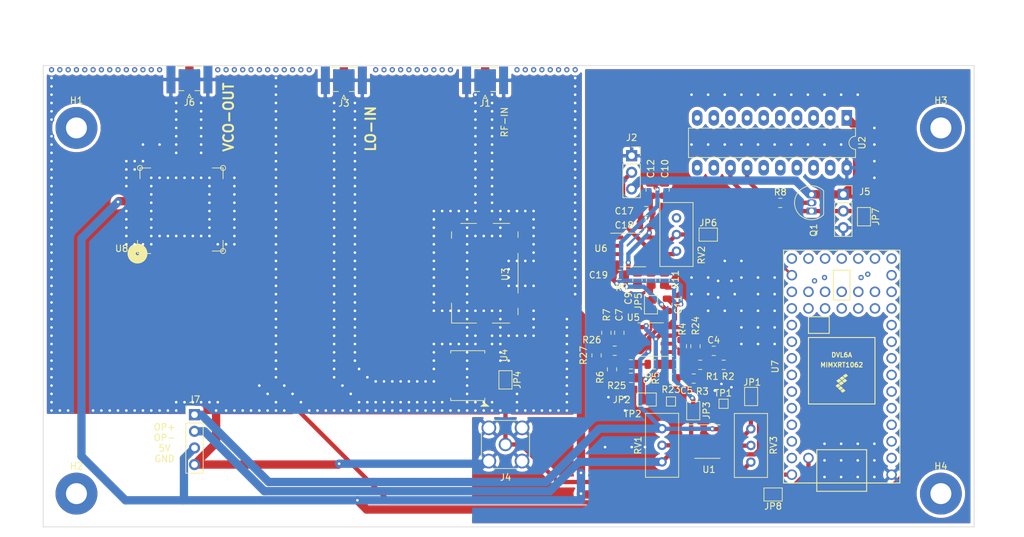
<source format=kicad_pcb>
(kicad_pcb (version 20171130) (host pcbnew 5.1.6-c6e7f7d~86~ubuntu18.04.1)
  (layers (0 F.Cu signal) (31 B.Cu signal) (34 B.Paste user hide) (35 F.Paste user hide) (36 B.SilkS user) (37 F.SilkS user) (38 B.Mask user hide) (39 F.Mask user) (44 Edge.Cuts user))
  (net 0 "")
  (net 1 /LPF/Reference)
  (net 2 "Net-(C4-Pad1)")
  (net 3 "Net-(C5-Pad2)")
  (net 4 "Net-(C5-Pad1)")
  (net 5 "Net-(C6-Pad1)")
  (net 6 "Net-(C7-Pad2)")
  (net 7 /PostAmp/SIGNAL_IN)
  (net 8 "Net-(C9-Pad1)")
  (net 9 GND)
  (net 10 /SignalConditioner/Signal_IN)
  (net 11 /PostAmp/SIGNAL_OUT)
  (net 12 /SignalConditioner/Signal_OUT)
  (net 13 /LPF/Signal_IN)
  (net 14 /SignalConditioner/Reference)
  (net 15 /PostAmp/Reference)
  (net 16 "Net-(R1-Pad1)")
  (net 17 "Net-(R23-Pad1)")
  (net 18 "Net-(R24-Pad2)")
  (net 19 "Net-(R25-Pad2)")
  (net 20 "Net-(R26-Pad1)")
  (net 21 "Net-(R27-Pad1)")
  (net 22 "Net-(R11-Pad1)")
  (net 23 "Net-(RV1-Pad2)")
  (net 24 "Net-(RV3-Pad2)")
  (net 25 /LPF/SIGNAL_OUT)
  (net 26 "Net-(J1-Pad1)")
  (net 27 "Net-(J3-Pad1)")
  (net 28 "Net-(JP4-Pad1)")
  (net 29 "Net-(J5-Pad2)")
  (net 30 +5V)
  (net 31 "Net-(Q1-Pad2)")
  (net 32 "Net-(R8-Pad1)")
  (net 33 "Net-(U3-Pad5)")
  (net 34 +VDC)
  (net 35 -VDC)
  (net 36 "Net-(J6-Pad1)")
  (net 37 FFT_In)
  (net 38 "Net-(JP7-Pad2)")
  (net 39 "Net-(RV2-Pad3)")
  (net 40 "Net-(U2-Pad11)")
  (net 41 "Net-(U2-Pad2)")
  (net 42 "Net-(U2-Pad12)")
  (net 43 "Net-(U2-Pad3)")
  (net 44 "Net-(U2-Pad4)")
  (net 45 "Net-(U2-Pad5)")
  (net 46 "Net-(U2-Pad15)")
  (net 47 "Net-(U2-Pad6)")
  (net 48 "Net-(U2-Pad16)")
  (net 49 "Net-(U2-Pad7)")
  (net 50 "Net-(U2-Pad17)")
  (net 51 "Net-(U2-Pad8)")
  (net 52 "Net-(U2-Pad18)")
  (net 53 "Net-(U2-Pad9)")
  (net 54 "Net-(U2-Pad19)")
  (net 55 "Net-(U2-Pad10)")
  (net 56 "Net-(U7-Pad44)")
  (net 57 "Net-(U7-Pad43)")
  (net 58 "Net-(U7-Pad42)")
  (net 59 "Net-(U7-Pad41)")
  (net 60 "Net-(U7-Pad40)")
  (net 61 "Net-(U7-Pad39)")
  (net 62 "Net-(U7-Pad38)")
  (net 63 "Net-(U7-Pad37)")
  (net 64 "Net-(U7-Pad36)")
  (net 65 "Net-(U7-Pad35)")
  (net 66 "Net-(U7-Pad2)")
  (net 67 "Net-(U7-Pad3)")
  (net 68 "Net-(U7-Pad4)")
  (net 69 "Net-(U7-Pad5)")
  (net 70 "Net-(U7-Pad6)")
  (net 71 "Net-(U7-Pad7)")
  (net 72 "Net-(U7-Pad8)")
  (net 73 "Net-(U7-Pad9)")
  (net 74 "Net-(U7-Pad10)")
  (net 75 "Net-(U7-Pad11)")
  (net 76 "Net-(U7-Pad12)")
  (net 77 "Net-(U7-Pad13)")
  (net 78 "Net-(U7-Pad32)")
  (net 79 "Net-(U7-Pad31)")
  (net 80 "Net-(U7-Pad30)")
  (net 81 "Net-(U7-Pad29)")
  (net 82 "Net-(U7-Pad28)")
  (net 83 "Net-(U7-Pad27)")
  (net 84 "Net-(U7-Pad26)")
  (net 85 "Net-(U7-Pad25)")
  (net 86 "Net-(U7-Pad24)")
  (net 87 "Net-(U7-Pad23)")
  (net 88 "Net-(U7-Pad22)")
  (net 89 "Net-(U7-Pad14)")
  (net 90 "Net-(U7-Pad15)")
  (net 91 "Net-(U7-Pad16)")
  (net 92 "Net-(U7-Pad20)")
  (net 93 "Net-(U7-Pad19)")
  (net 94 "Net-(U7-Pad18)")
  (net 95 "Net-(U7-Pad17)")
  (net 96 "Net-(JP8-Pad1)")
  (module Connector_PinHeader_2.54mm:PinHeader_1x04_P2.54mm_Vertical (layer F.Cu) (at 127.254 89.535)
    (fp_text reference J7 (at 0 -2.33) (layer F.SilkS))
    (fp_text value Conn_01x04)
    (pad 4 thru_hole oval (at 0 7.62) (size 1.7 1.7) (drill 1) (layers *.Cu *.Mask) (net 9 GND))
    (pad 3 thru_hole oval (at 0 5.08) (size 1.7 1.7) (drill 1) (layers *.Cu *.Mask) (net 30 +5V))
    (pad 2 thru_hole oval (at 0 2.54) (size 1.7 1.7) (drill 1) (layers *.Cu *.Mask) (net 35 -VDC))
    (pad 1 thru_hole rect (at 0 0) (size 1.7 1.7) (drill 1) (layers *.Cu *.Mask) (net 34 +VDC))
  )
  (module Jumper:SolderJumper-2_P1.3mm_Open_Pad1.0x1.5mm (layer F.Cu) (at 215.661 101.727 180)
    (fp_text reference JP8 (at 0 -1.8) (layer F.SilkS))
    (fp_text value Jumper_NC_Small)
    (pad 1 smd rect (at -0.65 0 180) (size 1 1.5) (layers F.Cu F.Mask) (net 96 "Net-(JP8-Pad1)"))
    (pad 2 smd rect (at 0.65 0 180) (size 1 1.5) (layers F.Cu F.Mask) (net 30 +5V))
  )
  (module MountingHole:MountingHole_3.2mm_M3_Pad (layer F.Cu) (at 241.3 101.6)
    (fp_text reference H4 (at 0 -4.2) (layer F.SilkS))
    (fp_text value MountingHole)
    (pad 1 thru_hole circle (at 0 0) (size 6.4 6.4) (drill 3.2) (layers *.Cu *.Mask))
  )
  (module MountingHole:MountingHole_3.2mm_M3_Pad (layer F.Cu) (at 241.3 45.72)
    (fp_text reference H3 (at 0 -4.2) (layer F.SilkS))
    (fp_text value MountingHole)
    (pad 1 thru_hole circle (at 0 0) (size 6.4 6.4) (drill 3.2) (layers *.Cu *.Mask))
  )
  (module MountingHole:MountingHole_3.2mm_M3_Pad (layer F.Cu) (at 109.22 101.6)
    (fp_text reference H2 (at 0 -4.2) (layer F.SilkS))
    (fp_text value MountingHole)
    (pad 1 thru_hole circle (at 0 0) (size 6.4 6.4) (drill 3.2) (layers *.Cu *.Mask))
  )
  (module MountingHole:MountingHole_3.2mm_M3_Pad (layer F.Cu) (at 109.22 45.72)
    (fp_text reference H1 (at 0 -4.2) (layer F.SilkS))
    (fp_text value MountingHole)
    (pad 1 thru_hole circle (at 0 0) (size 6.4 6.4) (drill 3.2) (layers *.Cu *.Mask))
  )
  (module teensy:Teensy40 (layer F.Cu) (at 226.14636 82.18932 90)
    (fp_text reference U7 (at 0 -10.16 90) (layer F.SilkS))
    (fp_text value Teensy4.0)
    (fp_text user DVL6A (at 1.778 0) (layer F.SilkS) (effects (font (size 0.7 0.7))))
    (fp_text user MIMXRT1062 (at 0.254 0) (layer F.SilkS) (effects (font (size 0.7 0.7))))
    (pad 44 thru_hole circle (at 8.89 5.08 90) (size 1.6 1.6) (drill 1.1) (layers *.Cu *.Mask) (net 56 "Net-(U7-Pad44)"))
    (pad 43 thru_hole circle (at 11.43 5.08 90) (size 1.6 1.6) (drill 1.1) (layers *.Cu *.Mask) (net 57 "Net-(U7-Pad43)"))
    (pad 42 thru_hole circle (at 8.89 2.54 90) (size 1.6 1.6) (drill 1.1) (layers *.Cu *.Mask) (net 58 "Net-(U7-Pad42)"))
    (pad 41 thru_hole circle (at 11.43 2.54 90) (size 1.6 1.6) (drill 1.1) (layers *.Cu *.Mask) (net 59 "Net-(U7-Pad41)"))
    (pad 40 thru_hole circle (at 8.89 0 90) (size 1.6 1.6) (drill 1.1) (layers *.Cu *.Mask) (net 60 "Net-(U7-Pad40)"))
    (pad 39 thru_hole circle (at 11.43 0 90) (size 1.6 1.6) (drill 1.1) (layers *.Cu *.Mask) (net 61 "Net-(U7-Pad39)"))
    (pad 38 thru_hole circle (at 8.89 -2.54 90) (size 1.6 1.6) (drill 1.1) (layers *.Cu *.Mask) (net 62 "Net-(U7-Pad38)"))
    (pad 37 thru_hole circle (at 11.43 -2.54 90) (size 1.6 1.6) (drill 1.1) (layers *.Cu *.Mask) (net 63 "Net-(U7-Pad37)"))
    (pad 36 thru_hole circle (at 8.89 -5.08 90) (size 1.6 1.6) (drill 1.1) (layers *.Cu *.Mask) (net 64 "Net-(U7-Pad36)"))
    (pad 35 thru_hole circle (at 11.43 -5.08 90) (size 1.6 1.6) (drill 1.1) (layers *.Cu *.Mask) (net 65 "Net-(U7-Pad35)"))
    (pad 1 thru_hole circle (at -16.51 7.62 90) (size 1.6 1.6) (drill 1.1) (layers *.Cu *.Mask) (net 9 GND))
    (pad 2 thru_hole circle (at -13.97 7.62 90) (size 1.6 1.6) (drill 1.1) (layers *.Cu *.Mask) (net 66 "Net-(U7-Pad2)"))
    (pad 3 thru_hole circle (at -11.43 7.62 90) (size 1.6 1.6) (drill 1.1) (layers *.Cu *.Mask) (net 67 "Net-(U7-Pad3)"))
    (pad 4 thru_hole circle (at -8.89 7.62 90) (size 1.6 1.6) (drill 1.1) (layers *.Cu *.Mask) (net 68 "Net-(U7-Pad4)"))
    (pad 5 thru_hole circle (at -6.35 7.62 90) (size 1.6 1.6) (drill 1.1) (layers *.Cu *.Mask) (net 69 "Net-(U7-Pad5)"))
    (pad 6 thru_hole circle (at -3.81 7.62 90) (size 1.6 1.6) (drill 1.1) (layers *.Cu *.Mask) (net 70 "Net-(U7-Pad6)"))
    (pad 7 thru_hole circle (at -1.27 7.62 90) (size 1.6 1.6) (drill 1.1) (layers *.Cu *.Mask) (net 71 "Net-(U7-Pad7)"))
    (pad 8 thru_hole circle (at 1.27 7.62 90) (size 1.6 1.6) (drill 1.1) (layers *.Cu *.Mask) (net 72 "Net-(U7-Pad8)"))
    (pad 9 thru_hole circle (at 3.81 7.62 90) (size 1.6 1.6) (drill 1.1) (layers *.Cu *.Mask) (net 73 "Net-(U7-Pad9)"))
    (pad 10 thru_hole circle (at 6.35 7.62 90) (size 1.6 1.6) (drill 1.1) (layers *.Cu *.Mask) (net 74 "Net-(U7-Pad10)"))
    (pad 11 thru_hole circle (at 8.89 7.62 90) (size 1.6 1.6) (drill 1.1) (layers *.Cu *.Mask) (net 75 "Net-(U7-Pad11)"))
    (pad 12 thru_hole circle (at 11.43 7.62 90) (size 1.6 1.6) (drill 1.1) (layers *.Cu *.Mask) (net 76 "Net-(U7-Pad12)"))
    (pad 13 thru_hole circle (at 13.97 7.62 90) (size 1.6 1.6) (drill 1.1) (layers *.Cu *.Mask) (net 77 "Net-(U7-Pad13)"))
    (pad 34 thru_hole circle (at -13.97 -5.08 90) (size 1.6 1.6) (drill 1.1) (layers *.Cu *.Mask) (net 96 "Net-(JP8-Pad1)"))
    (pad 33 thru_hole circle (at -16.51 -7.62 90) (size 1.6 1.6) (drill 1.1) (layers *.Cu *.Mask) (net 30 +5V))
    (pad 32 thru_hole circle (at -13.97 -7.62 90) (size 1.6 1.6) (drill 1.1) (layers *.Cu *.Mask) (net 78 "Net-(U7-Pad32)"))
    (pad 31 thru_hole circle (at -11.43 -7.62 90) (size 1.6 1.6) (drill 1.1) (layers *.Cu *.Mask) (net 79 "Net-(U7-Pad31)"))
    (pad 30 thru_hole circle (at -8.89 -7.62 90) (size 1.6 1.6) (drill 1.1) (layers *.Cu *.Mask) (net 80 "Net-(U7-Pad30)"))
    (pad 29 thru_hole circle (at -6.35 -7.62 90) (size 1.6 1.6) (drill 1.1) (layers *.Cu *.Mask) (net 81 "Net-(U7-Pad29)"))
    (pad 28 thru_hole circle (at -3.81 -7.62 90) (size 1.6 1.6) (drill 1.1) (layers *.Cu *.Mask) (net 82 "Net-(U7-Pad28)"))
    (pad 27 thru_hole circle (at -1.27 -7.62 90) (size 1.6 1.6) (drill 1.1) (layers *.Cu *.Mask) (net 83 "Net-(U7-Pad27)"))
    (pad 26 thru_hole circle (at 1.27 -7.62 90) (size 1.6 1.6) (drill 1.1) (layers *.Cu *.Mask) (net 84 "Net-(U7-Pad26)"))
    (pad 25 thru_hole circle (at 3.81 -7.62 90) (size 1.6 1.6) (drill 1.1) (layers *.Cu *.Mask) (net 85 "Net-(U7-Pad25)"))
    (pad 24 thru_hole circle (at 6.35 -7.62 90) (size 1.6 1.6) (drill 1.1) (layers *.Cu *.Mask) (net 86 "Net-(U7-Pad24)"))
    (pad 23 thru_hole circle (at 8.89 -7.62 90) (size 1.6 1.6) (drill 1.1) (layers *.Cu *.Mask) (net 87 "Net-(U7-Pad23)"))
    (pad 22 thru_hole circle (at 11.43 -7.62 90) (size 1.6 1.6) (drill 1.1) (layers *.Cu *.Mask) (net 88 "Net-(U7-Pad22)"))
    (pad 21 thru_hole circle (at 13.97 -7.62 90) (size 1.6 1.6) (drill 1.1) (layers *.Cu *.Mask) (net 37 FFT_In))
    (pad 14 thru_hole circle (at 16.51 7.62 90) (size 1.6 1.6) (drill 1.1) (layers *.Cu *.Mask) (net 89 "Net-(U7-Pad14)"))
    (pad 15 thru_hole circle (at 16.51 5.08 90) (size 1.6 1.6) (drill 1.1) (layers *.Cu *.Mask) (net 90 "Net-(U7-Pad15)"))
    (pad 16 thru_hole circle (at 16.51 2.54 90) (size 1.6 1.6) (drill 1.1) (layers *.Cu *.Mask) (net 91 "Net-(U7-Pad16)"))
    (pad 20 thru_hole circle (at 16.51 -7.62 90) (size 1.6 1.6) (drill 1.1) (layers *.Cu *.Mask) (net 92 "Net-(U7-Pad20)"))
    (pad 19 thru_hole circle (at 16.51 -5.08 90) (size 1.6 1.6) (drill 1.1) (layers *.Cu *.Mask) (net 93 "Net-(U7-Pad19)"))
    (pad 18 thru_hole circle (at 16.51 -2.54 90) (size 1.6 1.6) (drill 1.1) (layers *.Cu *.Mask) (net 94 "Net-(U7-Pad18)"))
    (pad 17 thru_hole circle (at 16.51 0 90) (size 1.6 1.6) (drill 1.1) (layers *.Cu *.Mask) (net 95 "Net-(U7-Pad17)"))
  )
  (module Connector_Coaxial:SMA_Samtec_SMA-J-P-X-ST-EM1_EdgeMount (layer F.Cu) (at 126.473204 38.31844 180)
    (fp_text reference J6 (at 0 -3.5) (layer F.SilkS))
    (fp_text value Conn_Coaxial)
    (pad 1 smd rect (at 0 0.2 180) (size 1.27 3.6) (layers F.Cu F.Paste F.Mask) (net 36 "Net-(J6-Pad1)"))
    (pad 2 smd rect (at 2.825 0 180) (size 1.35 4.2) (layers F.Cu F.Paste F.Mask) (net 9 GND))
    (pad 2 smd rect (at -2.825 0 180) (size 1.35 4.2) (layers F.Cu F.Paste F.Mask) (net 9 GND))
    (pad 2 smd rect (at 2.825 0 180) (size 1.35 4.2) (layers B.Cu B.Paste B.Mask) (net 9 GND))
    (pad 2 smd rect (at -2.825 0 180) (size 1.35 4.2) (layers B.Cu B.Paste B.Mask) (net 9 GND))
  )
  (module Connector_PinSocket_2.54mm:PinSocket_1x03_P2.54mm_Vertical (layer F.Cu) (at 226.3902 55.88)
    (fp_text reference J5 (at 3.28168 -0.41656) (layer F.SilkS))
    (fp_text value Conn_01x03)
    (pad 3 thru_hole oval (at 0 5.08) (size 1.7 1.7) (drill 1) (layers *.Cu *.Mask) (net 9 GND))
    (pad 2 thru_hole oval (at 0 2.54) (size 1.7 1.7) (drill 1) (layers *.Cu *.Mask) (net 29 "Net-(J5-Pad2)"))
    (pad 1 thru_hole rect (at 0 0) (size 1.7 1.7) (drill 1) (layers *.Cu *.Mask) (net 30 +5V))
  )
  (module MiniCircuit:CVCO55CC-2328-2536 (layer F.Cu) (at 125.2728 58.18632)
    (fp_text reference U8 (at -9.144 5.969) (layer F.SilkS))
    (fp_text value CVCO55CC-2328-2536)
    (pad 1 smd rect (at 6.731 3.81) (size 1.524 1.524) (layers F.Cu F.Paste F.Mask) (net 9 GND))
    (pad 1 smd rect (at 3.81 6.731) (size 1.524 1.524) (layers F.Cu F.Paste F.Mask) (net 9 GND))
    (pad 1 smd rect (at 1.27 6.731) (size 1.524 1.524) (layers F.Cu F.Paste F.Mask) (net 9 GND))
    (pad 2 smd rect (at -1.27 6.731) (size 1.524 1.524) (layers F.Cu F.Paste F.Mask) (net 38 "Net-(JP7-Pad2)"))
    (pad 1 smd rect (at -3.81 6.731) (size 1.524 1.524) (layers F.Cu F.Paste F.Mask) (net 9 GND))
    (pad 1 smd rect (at 6.731 1.27) (size 1.524 1.524) (layers F.Cu F.Paste F.Mask) (net 9 GND))
    (pad 1 smd rect (at 6.731 -1.27) (size 1.524 1.524) (layers F.Cu F.Paste F.Mask) (net 9 GND))
    (pad 1 smd rect (at 6.731 -3.81) (size 1.524 1.524) (layers F.Cu F.Paste F.Mask) (net 9 GND))
    (pad 1 smd rect (at 3.81 -6.731) (size 1.524 1.524) (layers F.Cu F.Paste F.Mask) (net 9 GND))
    (pad 10 smd rect (at 1.27 -6.731) (size 1.524 1.524) (layers F.Cu F.Paste F.Mask) (net 36 "Net-(J6-Pad1)"))
    (pad 1 smd rect (at -1.27 -6.731) (size 1.524 1.524) (layers F.Cu F.Paste F.Mask) (net 9 GND))
    (pad 1 smd rect (at -3.81 -6.731) (size 1.524 1.524) (layers F.Cu F.Paste F.Mask) (net 9 GND))
    (pad 1 smd rect (at -6.731 -3.81) (size 1.524 1.524) (layers F.Cu F.Paste F.Mask) (net 9 GND))
    (pad 14 smd rect (at -6.731 -1.27) (size 1.524 1.524) (layers F.Cu F.Paste F.Mask) (net 30 +5V))
    (pad 1 smd rect (at -6.731 1.27) (size 1.524 1.524) (layers F.Cu F.Paste F.Mask) (net 9 GND))
    (pad 1 smd rect (at -6.731 3.81) (size 1.524 1.524) (layers F.Cu F.Paste F.Mask) (net 9 GND))
  )
  (module Jumper:SolderJumper-2_P1.3mm_Open_Pad1.0x1.5mm (layer F.Cu) (at 229.54996 59.2836 270)
    (fp_text reference JP7 (at 0 -1.8 90) (layer F.SilkS))
    (fp_text value Jumper_NC_Small)
    (pad 1 smd rect (at -0.65 0 270) (size 1 1.5) (layers F.Cu F.Mask) (net 29 "Net-(J5-Pad2)"))
    (pad 2 smd rect (at 0.65 0 270) (size 1 1.5) (layers F.Cu F.Mask) (net 38 "Net-(JP7-Pad2)"))
  )
  (module Jumper:SolderJumper-2_P1.3mm_Open_Pad1.0x1.5mm (layer F.Cu) (at 205.75524 62.0268)
    (fp_text reference JP6 (at 0 -1.8) (layer F.SilkS))
    (fp_text value Jumper_NC_Small)
    (pad 1 smd rect (at -0.65 0) (size 1 1.5) (layers F.Cu F.Mask) (net 11 /PostAmp/SIGNAL_OUT))
    (pad 2 smd rect (at 0.65 0) (size 1 1.5) (layers F.Cu F.Mask) (net 37 FFT_In))
  )
  (module Connector_Coaxial:SMA_Wurth_60312002114503_Vertical (layer F.Cu) (at 174.76724 94.08668 270)
    (fp_text reference J4 (at 5.0292 -0.02032 180) (layer F.SilkS))
    (fp_text value Conn_Coaxial)
    (pad 1 thru_hole circle (at 0 0 270) (size 2.05 2.05) (drill 1.5) (layers *.Cu *.Mask) (net 10 /SignalConditioner/Signal_IN))
    (pad 2 thru_hole circle (at 2.54 2.54 270) (size 2.25 2.25) (drill 1.7) (layers *.Cu *.Mask) (net 9 GND))
    (pad 2 thru_hole circle (at 2.54 -2.54 270) (size 2.25 2.25) (drill 1.7) (layers *.Cu *.Mask) (net 9 GND))
    (pad 2 thru_hole circle (at -2.54 -2.54 270) (size 2.25 2.25) (drill 1.7) (layers *.Cu *.Mask) (net 9 GND))
    (pad 2 thru_hole circle (at -2.54 2.54 270) (size 2.25 2.25) (drill 1.7) (layers *.Cu *.Mask) (net 9 GND))
  )
  (module MiniCircuit:ADE-3G+ (layer F.Cu) (at 169.07256 83.566 90)
    (fp_text reference U4 (at 3.07848 5.48132 90) (layer F.SilkS))
    (fp_text value ADE-3G+)
    (pad 1 smd rect (at -2.54 2.54 90) (size 1.65 2.54) (layers F.Cu F.Paste F.Mask) (net 9 GND))
    (pad 2 smd rect (at 0 2.54 90) (size 1.65 2.54) (layers F.Cu F.Paste F.Mask) (net 28 "Net-(JP4-Pad1)"))
    (pad 3 smd rect (at 2.54 2.54 90) (size 1.65 2.54) (layers F.Cu F.Paste F.Mask) (net 33 "Net-(U3-Pad5)"))
    (pad 1 smd rect (at 2.54 -2.54 90) (size 1.65 2.54) (layers F.Cu F.Paste F.Mask) (net 9 GND))
    (pad 1 smd rect (at 0 -2.54 90) (size 1.65 2.54) (layers F.Cu F.Paste F.Mask) (net 9 GND))
    (pad 6 smd rect (at -2.54 -2.54 90) (size 1.65 2.54) (layers F.Cu F.Paste F.Mask) (net 27 "Net-(J3-Pad1)"))
  )
  (module MiniCircuit:TAMP-272LN+ (layer F.Cu) (at 171.61256 67.92468 270)
    (fp_text reference U3 (at 0.15748 -3.11912 90) (layer F.SilkS))
    (fp_text value TAMP-272LN+)
    (pad 1 smd rect (at -4.2 5 270) (size 2.0066 2.2098) (layers F.Cu F.Paste F.Mask) (net 9 GND))
    (pad 1 smd rect (at -1.66 5 270) (size 2.0066 2.2098) (layers F.Cu F.Paste F.Mask) (net 9 GND))
    (pad 1 smd rect (at 0.88 5 270) (size 2.0066 2.2098) (layers F.Cu F.Paste F.Mask) (net 9 GND))
    (pad 1 smd rect (at 3.42 5 270) (size 2.0066 2.2098) (layers F.Cu F.Paste F.Mask) (net 9 GND))
    (pad 5 smd rect (at 7.5 0 270) (size 2.0066 2.2098) (layers F.Cu F.Paste F.Mask) (net 33 "Net-(U3-Pad5)"))
    (pad 1 smd rect (at 7.5 -5 270) (size 2.0066 2.2098) (layers F.Cu F.Paste F.Mask) (net 9 GND))
    (pad 7 smd rect (at 4.25 -5 270) (size 2.0066 2.2098) (layers F.Cu F.Paste F.Mask) (net 30 +5V))
    (pad 1 smd rect (at -4.25 -5 270) (size 2.0066 2.2098) (layers F.Cu F.Paste F.Mask) (net 9 GND))
    (pad 1 smd rect (at -7.5 -5 270) (size 2.0066 2.2098) (layers F.Cu F.Paste F.Mask) (net 9 GND))
    (pad 10 smd rect (at -7.5 0 270) (size 2.0066 2.2098) (layers F.Cu F.Paste F.Mask) (net 26 "Net-(J1-Pad1)"))
    (pad 1 smd rect (at -7.5 5 270) (size 2.0066 2.2098) (layers F.Cu F.Paste F.Mask) (net 9 GND))
    (pad 1 smd rect (at 0 0 270) (size 8.001 4.0132) (layers F.Cu F.Paste F.Mask) (net 9 GND))
  )
  (module Package_DIP:DIP-20_W7.62mm_LongPads (layer F.Cu) (at 226.92756 44.18436 270)
    (fp_text reference U2 (at 3.81 -2.33 90) (layer F.SilkS))
    (fp_text value PIC16F1769)
    (pad 1 thru_hole rect (at 0 0 270) (size 2.4 1.6) (drill 0.8) (layers *.Cu *.Mask) (net 30 +5V))
    (pad 11 thru_hole oval (at 7.62 22.86 270) (size 2.4 1.6) (drill 0.8) (layers *.Cu *.Mask) (net 40 "Net-(U2-Pad11)"))
    (pad 2 thru_hole oval (at 0 2.54 270) (size 2.4 1.6) (drill 0.8) (layers *.Cu *.Mask) (net 41 "Net-(U2-Pad2)"))
    (pad 12 thru_hole oval (at 7.62 20.32 270) (size 2.4 1.6) (drill 0.8) (layers *.Cu *.Mask) (net 42 "Net-(U2-Pad12)"))
    (pad 3 thru_hole oval (at 0 5.08 270) (size 2.4 1.6) (drill 0.8) (layers *.Cu *.Mask) (net 43 "Net-(U2-Pad3)"))
    (pad 13 thru_hole oval (at 7.62 17.78 270) (size 2.4 1.6) (drill 0.8) (layers *.Cu *.Mask) (net 29 "Net-(J5-Pad2)"))
    (pad 4 thru_hole oval (at 0 7.62 270) (size 2.4 1.6) (drill 0.8) (layers *.Cu *.Mask) (net 44 "Net-(U2-Pad4)"))
    (pad 14 thru_hole oval (at 7.62 15.24 270) (size 2.4 1.6) (drill 0.8) (layers *.Cu *.Mask) (net 32 "Net-(R8-Pad1)"))
    (pad 5 thru_hole oval (at 0 10.16 270) (size 2.4 1.6) (drill 0.8) (layers *.Cu *.Mask) (net 45 "Net-(U2-Pad5)"))
    (pad 15 thru_hole oval (at 7.62 12.7 270) (size 2.4 1.6) (drill 0.8) (layers *.Cu *.Mask) (net 46 "Net-(U2-Pad15)"))
    (pad 6 thru_hole oval (at 0 12.7 270) (size 2.4 1.6) (drill 0.8) (layers *.Cu *.Mask) (net 47 "Net-(U2-Pad6)"))
    (pad 16 thru_hole oval (at 7.62 10.16 270) (size 2.4 1.6) (drill 0.8) (layers *.Cu *.Mask) (net 48 "Net-(U2-Pad16)"))
    (pad 7 thru_hole oval (at 0 15.24 270) (size 2.4 1.6) (drill 0.8) (layers *.Cu *.Mask) (net 49 "Net-(U2-Pad7)"))
    (pad 17 thru_hole oval (at 7.62 7.62 270) (size 2.4 1.6) (drill 0.8) (layers *.Cu *.Mask) (net 50 "Net-(U2-Pad17)"))
    (pad 8 thru_hole oval (at 0 17.78 270) (size 2.4 1.6) (drill 0.8) (layers *.Cu *.Mask) (net 51 "Net-(U2-Pad8)"))
    (pad 18 thru_hole oval (at 7.62 5.08 270) (size 2.4 1.6) (drill 0.8) (layers *.Cu *.Mask) (net 52 "Net-(U2-Pad18)"))
    (pad 9 thru_hole oval (at 0 20.32 270) (size 2.4 1.6) (drill 0.8) (layers *.Cu *.Mask) (net 53 "Net-(U2-Pad9)"))
    (pad 19 thru_hole oval (at 7.62 2.54 270) (size 2.4 1.6) (drill 0.8) (layers *.Cu *.Mask) (net 54 "Net-(U2-Pad19)"))
    (pad 10 thru_hole oval (at 0 22.86 270) (size 2.4 1.6) (drill 0.8) (layers *.Cu *.Mask) (net 55 "Net-(U2-Pad10)"))
    (pad 20 thru_hole oval (at 7.62 0 270) (size 2.4 1.6) (drill 0.8) (layers *.Cu *.Mask) (net 9 GND))
  )
  (module Capacitor_SMD:C_0805_2012Metric (layer F.Cu) (at 216.76436 57.18016)
    (fp_text reference R8 (at 0 -1.65) (layer F.SilkS))
    (fp_text value 300ohm)
    (pad 1 smd roundrect (at -0.9375 0) (size 0.975 1.4) (layers F.Cu F.Paste F.Mask) (net 32 "Net-(R8-Pad1)"))
    (pad 2 smd roundrect (at 0.9375 0) (size 0.975 1.4) (layers F.Cu F.Paste F.Mask) (net 31 "Net-(Q1-Pad2)"))
  )
  (module Package_TO_SOT_THT:TO-92_Inline (layer F.Cu) (at 221.53956 58.42476 90)
    (fp_text reference Q1 (at -2.91624 0.32944 90) (layer F.SilkS))
    (fp_text value 2N3904)
    (pad 2 thru_hole oval (at 1.27 0 90) (size 1.05 1.5) (drill 0.75) (layers *.Cu *.Mask) (net 31 "Net-(Q1-Pad2)"))
    (pad 3 thru_hole oval (at 2.54 0 90) (size 1.05 1.5) (drill 0.75) (layers *.Cu *.Mask) (net 30 +5V))
    (pad 1 thru_hole rect (at 0 0 90) (size 1.05 1.5) (drill 0.75) (layers *.Cu *.Mask) (net 29 "Net-(J5-Pad2)"))
  )
  (module Jumper:SolderJumper-2_P1.3mm_Open_Pad1.0x1.5mm (layer F.Cu) (at 196.9976 72.73332 90)
    (fp_text reference JP5 (at 0.47032 -1.9256 90) (layer F.SilkS))
    (fp_text value Jumper_NC_Small)
    (pad 2 smd rect (at 0.65 0 90) (size 1 1.5) (layers F.Cu F.Mask) (net 7 /PostAmp/SIGNAL_IN))
    (pad 1 smd rect (at -0.65 0 90) (size 1 1.5) (layers F.Cu F.Mask) (net 25 /LPF/SIGNAL_OUT))
  )
  (module Jumper:SolderJumper-2_P1.3mm_Open_Pad1.0x1.5mm (layer F.Cu) (at 174.76724 84.21624 270)
    (fp_text reference JP4 (at 0 -1.8 90) (layer F.SilkS))
    (fp_text value Jumper_NC_Small)
    (pad 2 smd rect (at 0.65 0 270) (size 1 1.5) (layers F.Cu F.Mask) (net 10 /SignalConditioner/Signal_IN))
    (pad 1 smd rect (at -0.65 0 270) (size 1 1.5) (layers F.Cu F.Mask) (net 28 "Net-(JP4-Pad1)"))
  )
  (module Connector_Coaxial:SMA_Samtec_SMA-J-P-X-ST-EM1_EdgeMount (layer F.Cu) (at 150.07336 38.44544 180)
    (fp_text reference J3 (at 0 -3.5) (layer F.SilkS))
    (fp_text value Conn_Coaxial)
    (pad 2 smd rect (at -2.825 0 180) (size 1.35 4.2) (layers B.Cu B.Paste B.Mask) (net 9 GND))
    (pad 2 smd rect (at 2.825 0 180) (size 1.35 4.2) (layers B.Cu B.Paste B.Mask) (net 9 GND))
    (pad 2 smd rect (at -2.825 0 180) (size 1.35 4.2) (layers F.Cu F.Paste F.Mask) (net 9 GND))
    (pad 2 smd rect (at 2.825 0 180) (size 1.35 4.2) (layers F.Cu F.Paste F.Mask) (net 9 GND))
    (pad 1 smd rect (at 0 0.2 180) (size 1.27 3.6) (layers F.Cu F.Paste F.Mask) (net 27 "Net-(J3-Pad1)"))
  )
  (module Package_SO:SOIC-8_3.9x4.9mm_P1.27mm (layer F.Cu) (at 194.27444 64.36868)
    (fp_text reference U6 (at -4.91744 -0.23368) (layer F.SilkS))
    (fp_text value OPA2211AIDDAR)
    (pad 1 smd roundrect (at -2.475 -1.905) (size 1.95 0.6) (layers F.Cu F.Paste F.Mask))
    (pad 2 smd roundrect (at -2.475 -0.635) (size 1.95 0.6) (layers F.Cu F.Paste F.Mask))
    (pad 3 smd roundrect (at -2.475 0.635) (size 1.95 0.6) (layers F.Cu F.Paste F.Mask))
    (pad 4 smd roundrect (at -2.475 1.905) (size 1.95 0.6) (layers F.Cu F.Paste F.Mask) (net 35 -VDC))
    (pad 5 smd roundrect (at 2.475 1.905) (size 1.95 0.6) (layers F.Cu F.Paste F.Mask) (net 8 "Net-(C9-Pad1)"))
    (pad 6 smd roundrect (at 2.475 0.635) (size 1.95 0.6) (layers F.Cu F.Paste F.Mask) (net 22 "Net-(R11-Pad1)"))
    (pad 7 smd roundrect (at 2.475 -0.635) (size 1.95 0.6) (layers F.Cu F.Paste F.Mask) (net 11 /PostAmp/SIGNAL_OUT))
    (pad 8 smd roundrect (at 2.475 -1.905) (size 1.95 0.6) (layers F.Cu F.Paste F.Mask) (net 34 +VDC))
  )
  (module Package_SO:SOIC-8_3.9x4.9mm_P1.27mm (layer F.Cu) (at 196.96684 78.05928 180)
    (fp_text reference U5 (at 2.65684 3.38328) (layer F.SilkS))
    (fp_text value OPA2211AIDDAR)
    (pad 1 smd roundrect (at -2.475 -1.905 180) (size 1.95 0.6) (layers F.Cu F.Paste F.Mask) (net 4 "Net-(C5-Pad1)"))
    (pad 2 smd roundrect (at -2.475 -0.635 180) (size 1.95 0.6) (layers F.Cu F.Paste F.Mask) (net 3 "Net-(C5-Pad2)"))
    (pad 3 smd roundrect (at -2.475 0.635 180) (size 1.95 0.6) (layers F.Cu F.Paste F.Mask) (net 1 /LPF/Reference))
    (pad 4 smd roundrect (at -2.475 1.905 180) (size 1.95 0.6) (layers F.Cu F.Paste F.Mask) (net 35 -VDC))
    (pad 5 smd roundrect (at 2.475 1.905 180) (size 1.95 0.6) (layers F.Cu F.Paste F.Mask) (net 1 /LPF/Reference))
    (pad 6 smd roundrect (at 2.475 0.635 180) (size 1.95 0.6) (layers F.Cu F.Paste F.Mask) (net 6 "Net-(C7-Pad2)"))
    (pad 7 smd roundrect (at 2.475 -0.635 180) (size 1.95 0.6) (layers F.Cu F.Paste F.Mask) (net 25 /LPF/SIGNAL_OUT))
    (pad 8 smd roundrect (at 2.475 -1.905 180) (size 1.95 0.6) (layers F.Cu F.Paste F.Mask) (net 34 +VDC))
  )
  (module Package_SO:SOIC-8_3.9x4.9mm_P1.27mm (layer F.Cu) (at 205.61808 93.63964)
    (fp_text reference U1 (at 0.24892 4.27736) (layer F.SilkS))
    (fp_text value OPA2211AIDDAR)
    (pad 1 smd roundrect (at -2.475 -1.905) (size 1.95 0.6) (layers F.Cu F.Paste F.Mask) (net 14 /SignalConditioner/Reference))
    (pad 2 smd roundrect (at -2.475 -0.635) (size 1.95 0.6) (layers F.Cu F.Paste F.Mask) (net 14 /SignalConditioner/Reference))
    (pad 3 smd roundrect (at -2.475 0.635) (size 1.95 0.6) (layers F.Cu F.Paste F.Mask) (net 23 "Net-(RV1-Pad2)"))
    (pad 4 smd roundrect (at -2.475 1.905) (size 1.95 0.6) (layers F.Cu F.Paste F.Mask) (net 35 -VDC))
    (pad 5 smd roundrect (at 2.475 1.905) (size 1.95 0.6) (layers F.Cu F.Paste F.Mask) (net 14 /SignalConditioner/Reference))
    (pad 6 smd roundrect (at 2.475 0.635) (size 1.95 0.6) (layers F.Cu F.Paste F.Mask) (net 24 "Net-(RV3-Pad2)"))
    (pad 7 smd roundrect (at 2.475 -0.635) (size 1.95 0.6) (layers F.Cu F.Paste F.Mask) (net 12 /SignalConditioner/Signal_OUT))
    (pad 8 smd roundrect (at 2.475 -1.905) (size 1.95 0.6) (layers F.Cu F.Paste F.Mask) (net 34 +VDC))
  )
  (module TestPoint:TestPoint_Pad_1.0x1.0mm (layer F.Cu) (at 200.06056 87.51824 90)
    (fp_text reference TP2 (at -1.88976 -5.87756 180) (layer F.SilkS))
    (fp_text value TestPoint)
    (pad 1 smd rect (at 0 0 90) (size 1 1) (layers F.Cu F.Mask) (net 14 /SignalConditioner/Reference))
  )
  (module TestPoint:TestPoint_Pad_1.0x1.0mm (layer F.Cu) (at 208.09204 87.86368 90)
    (fp_text reference TP1 (at 1.63068 -0.06604 180) (layer F.SilkS))
    (fp_text value TestPoint)
    (pad 1 smd rect (at 0 0 90) (size 1 1) (layers F.Cu F.Mask) (net 12 /SignalConditioner/Signal_OUT))
  )
  (module Potentiometer_THT:Potentiometer_Bourns_3296W_Vertical (layer F.Cu) (at 212.2678 91.69908 90)
    (fp_text reference RV3 (at -2.5146 3.47472 90) (layer F.SilkS))
    (fp_text value R_POT)
    (pad 1 thru_hole circle (at 0 0 90) (size 1.44 1.44) (drill 0.8) (layers *.Cu *.Mask) (net 12 /SignalConditioner/Signal_OUT))
    (pad 2 thru_hole circle (at -2.54 0 90) (size 1.44 1.44) (drill 0.8) (layers *.Cu *.Mask) (net 24 "Net-(RV3-Pad2)"))
    (pad 3 thru_hole circle (at -5.08 0 90) (size 1.44 1.44) (drill 0.8) (layers *.Cu *.Mask) (net 10 /SignalConditioner/Signal_IN))
  )
  (module Potentiometer_THT:Potentiometer_Bourns_3296W_Vertical (layer F.Cu) (at 200.90384 64.54648 270)
    (fp_text reference RV2 (at 0.60452 -3.82016 90) (layer F.SilkS))
    (fp_text value R_POT)
    (pad 1 thru_hole circle (at 0 0 270) (size 1.44 1.44) (drill 0.8) (layers *.Cu *.Mask) (net 22 "Net-(R11-Pad1)"))
    (pad 2 thru_hole circle (at -2.54 0 270) (size 1.44 1.44) (drill 0.8) (layers *.Cu *.Mask) (net 11 /PostAmp/SIGNAL_OUT))
    (pad 3 thru_hole circle (at -5.08 0 270) (size 1.44 1.44) (drill 0.8) (layers *.Cu *.Mask) (net 39 "Net-(RV2-Pad3)"))
  )
  (module Potentiometer_THT:Potentiometer_Bourns_3296W_Vertical (layer F.Cu) (at 198.69404 91.67368 90)
    (fp_text reference RV1 (at -2.54 -3.66 90) (layer F.SilkS))
    (fp_text value R_POT)
    (pad 1 thru_hole circle (at 0 0 90) (size 1.44 1.44) (drill 0.8) (layers *.Cu *.Mask) (net 34 +VDC))
    (pad 2 thru_hole circle (at -2.54 0 90) (size 1.44 1.44) (drill 0.8) (layers *.Cu *.Mask) (net 23 "Net-(RV1-Pad2)"))
    (pad 3 thru_hole circle (at -5.08 0 90) (size 1.44 1.44) (drill 0.8) (layers *.Cu *.Mask) (net 35 -VDC))
  )
  (module Capacitor_SMD:C_0805_2012Metric (layer F.Cu) (at 188.68644 80.47228 270)
    (fp_text reference R27 (at 0 1.99644 90) (layer F.SilkS))
    (fp_text value "820ohm 1%")
    (pad 1 smd roundrect (at -0.9375 0 270) (size 0.975 1.4) (layers F.Cu F.Paste F.Mask) (net 21 "Net-(R27-Pad1)"))
    (pad 2 smd roundrect (at 0.9375 0 270) (size 0.975 1.4) (layers F.Cu F.Paste F.Mask) (net 5 "Net-(C6-Pad1)"))
  )
  (module Capacitor_SMD:C_0805_2012Metric (layer F.Cu) (at 191.45504 79.76108)
    (fp_text reference R26 (at -3.49504 -1.65) (layer F.SilkS))
    (fp_text value "2k 1%")
    (pad 1 smd roundrect (at -0.9375 0) (size 0.975 1.4) (layers F.Cu F.Paste F.Mask) (net 20 "Net-(R26-Pad1)"))
    (pad 2 smd roundrect (at 0.9375 0) (size 0.975 1.4) (layers F.Cu F.Paste F.Mask) (net 25 /LPF/SIGNAL_OUT))
  )
  (module Capacitor_SMD:C_0805_2012Metric (layer F.Cu) (at 193.94424 81.84388)
    (fp_text reference R25 (at -2.17424 3.24612) (layer F.SilkS))
    (fp_text value "2k 1%")
    (pad 1 smd roundrect (at -0.9375 0) (size 0.975 1.4) (layers F.Cu F.Paste F.Mask) (net 5 "Net-(C6-Pad1)"))
    (pad 2 smd roundrect (at 0.9375 0) (size 0.975 1.4) (layers F.Cu F.Paste F.Mask) (net 19 "Net-(R25-Pad2)"))
  )
  (module Capacitor_SMD:C_0805_2012Metric (layer F.Cu) (at 203.79944 79.07758 90)
    (fp_text reference R24 (at 3.13158 0.03556 90) (layer F.SilkS))
    (fp_text value "430ohm 1%")
    (pad 1 smd roundrect (at -0.9375 0 90) (size 0.975 1.4) (layers F.Cu F.Paste F.Mask) (net 2 "Net-(C4-Pad1)"))
    (pad 2 smd roundrect (at 0.9375 0 90) (size 0.975 1.4) (layers F.Cu F.Paste F.Mask) (net 18 "Net-(R24-Pad2)"))
  )
  (module Capacitor_SMD:C_0805_2012Metric (layer F.Cu) (at 200.06564 84.03336 180)
    (fp_text reference R23 (at 0 -1.65) (layer F.SilkS))
    (fp_text value "680ohm 1%")
    (pad 1 smd roundrect (at -0.9375 0 180) (size 0.975 1.4) (layers F.Cu F.Paste F.Mask) (net 17 "Net-(R23-Pad1)"))
    (pad 2 smd roundrect (at 0.9375 0 180) (size 0.975 1.4) (layers F.Cu F.Paste F.Mask) (net 4 "Net-(C5-Pad1)"))
  )
  (module Capacitor_SMD:C_0805_2012Metric (layer F.Cu) (at 199.07504 68.88988 270)
    (fp_text reference R11 (at 0 -1.65 90) (layer F.SilkS))
    (fp_text value 220)
    (pad 1 smd roundrect (at -0.9375 0 270) (size 0.975 1.4) (layers F.Cu F.Paste F.Mask) (net 22 "Net-(R11-Pad1)"))
    (pad 2 smd roundrect (at 0.9375 0 270) (size 0.975 1.4) (layers F.Cu F.Paste F.Mask) (net 15 /PostAmp/Reference))
  )
  (module Capacitor_SMD:C_0805_2012Metric (layer F.Cu) (at 194.93484 68.88988 270)
    (fp_text reference R9 (at 1.21412 2.40284 180) (layer F.SilkS))
    (fp_text value 10k)
    (pad 1 smd roundrect (at -0.9375 0 270) (size 0.975 1.4) (layers F.Cu F.Paste F.Mask) (net 8 "Net-(C9-Pad1)"))
    (pad 2 smd roundrect (at 0.9375 0 270) (size 0.975 1.4) (layers F.Cu F.Paste F.Mask) (net 15 /PostAmp/Reference))
  )
  (module Capacitor_SMD:C_0805_2012Metric (layer F.Cu) (at 190.18504 77.01788 270)
    (fp_text reference R7 (at -2.72288 -0.06096 90) (layer F.SilkS))
    (fp_text value "12k 1%")
    (pad 1 smd roundrect (at -0.9375 0 270) (size 0.975 1.4) (layers F.Cu F.Paste F.Mask) (net 6 "Net-(C7-Pad2)"))
    (pad 2 smd roundrect (at 0.9375 0 270) (size 0.975 1.4) (layers F.Cu F.Paste F.Mask) (net 21 "Net-(R27-Pad1)"))
  )
  (module Capacitor_SMD:C_0805_2012Metric (layer F.Cu) (at 191.04864 82.60588 270)
    (fp_text reference R6 (at 1.21412 1.81864 90) (layer F.SilkS))
    (fp_text value "13k 1%")
    (pad 1 smd roundrect (at -0.9375 0 270) (size 0.975 1.4) (layers F.Cu F.Paste F.Mask) (net 20 "Net-(R26-Pad1)"))
    (pad 2 smd roundrect (at 0.9375 0 270) (size 0.975 1.4) (layers F.Cu F.Paste F.Mask) (net 5 "Net-(C6-Pad1)"))
  )
  (module Capacitor_SMD:C_0805_2012Metric (layer F.Cu) (at 197.44944 81.84388)
    (fp_text reference R5 (at 0.28956 2.10312 90) (layer F.SilkS))
    (fp_text value "13k 1%")
    (pad 1 smd roundrect (at -0.9375 0) (size 0.975 1.4) (layers F.Cu F.Paste F.Mask) (net 19 "Net-(R25-Pad2)"))
    (pad 2 smd roundrect (at 0.9375 0) (size 0.975 1.4) (layers F.Cu F.Paste F.Mask) (net 4 "Net-(C5-Pad1)"))
  )
  (module Capacitor_SMD:C_0805_2012Metric (layer F.Cu) (at 201.71664 79.07528 270)
    (fp_text reference R4 (at -2.62128 -0.08636 90) (layer F.SilkS))
    (fp_text value "16k 1%")
    (pad 1 smd roundrect (at -0.9375 0 270) (size 0.975 1.4) (layers F.Cu F.Paste F.Mask) (net 18 "Net-(R24-Pad2)"))
    (pad 2 smd roundrect (at 0.9375 0 270) (size 0.975 1.4) (layers F.Cu F.Paste F.Mask) (net 3 "Net-(C5-Pad2)"))
  )
  (module Capacitor_SMD:C_0805_2012Metric (layer F.Cu) (at 203.54036 84.01812 180)
    (fp_text reference R3 (at -1.31064 -1.96088) (layer F.SilkS))
    (fp_text value "11k 1%")
    (pad 1 smd roundrect (at -0.9375 0 180) (size 0.975 1.4) (layers F.Cu F.Paste F.Mask) (net 2 "Net-(C4-Pad1)"))
    (pad 2 smd roundrect (at 0.9375 0 180) (size 0.975 1.4) (layers F.Cu F.Paste F.Mask) (net 17 "Net-(R23-Pad1)"))
  )
  (module Capacitor_SMD:C_0805_2012Metric (layer F.Cu) (at 208.11744 81.92008 180)
    (fp_text reference R2 (at -0.67056 -1.77292) (layer F.SilkS))
    (fp_text value "11k 1%")
    (pad 1 smd roundrect (at -0.9375 0 180) (size 0.975 1.4) (layers F.Cu F.Paste F.Mask) (net 13 /LPF/Signal_IN))
    (pad 2 smd roundrect (at 0.9375 0 180) (size 0.975 1.4) (layers F.Cu F.Paste F.Mask) (net 16 "Net-(R1-Pad1)"))
  )
  (module Capacitor_SMD:C_0805_2012Metric (layer F.Cu) (at 204.53604 81.92008 180)
    (fp_text reference R1 (at -1.83896 -1.77292) (layer F.SilkS))
    (fp_text value "680ohm 1%")
    (pad 1 smd roundrect (at -0.9375 0 180) (size 0.975 1.4) (layers F.Cu F.Paste F.Mask) (net 16 "Net-(R1-Pad1)"))
    (pad 2 smd roundrect (at 0.9375 0 180) (size 0.975 1.4) (layers F.Cu F.Paste F.Mask) (net 2 "Net-(C4-Pad1)"))
  )
  (module Jumper:SolderJumper-2_P1.3mm_Open_Pad1.0x1.5mm (layer F.Cu) (at 203.46416 88.92032 90)
    (fp_text reference JP3 (at 0.02032 2.02184 270) (layer F.SilkS))
    (fp_text value Jumper_NC_Small)
    (pad 2 smd rect (at 0.65 0 90) (size 1 1.5) (layers F.Cu F.Mask) (net 15 /PostAmp/Reference))
    (pad 1 smd rect (at -0.65 0 90) (size 1 1.5) (layers F.Cu F.Mask) (net 14 /SignalConditioner/Reference))
  )
  (module Jumper:SolderJumper-2_P1.3mm_Open_Pad1.0x1.5mm (layer F.Cu) (at 196.41288 87.2236 180)
    (fp_text reference JP2 (at 3.88088 -0.0254) (layer F.SilkS))
    (fp_text value Jumper_NC_Small)
    (pad 2 smd rect (at 0.65 0 180) (size 1 1.5) (layers F.Cu F.Mask) (net 1 /LPF/Reference))
    (pad 1 smd rect (at -0.65 0 180) (size 1 1.5) (layers F.Cu F.Mask) (net 14 /SignalConditioner/Reference))
  )
  (module Jumper:SolderJumper-2_P1.3mm_Open_Pad1.0x1.5mm (layer F.Cu) (at 212.30844 86.75648 90)
    (fp_text reference JP1 (at 2.17448 0.16256 180) (layer F.SilkS))
    (fp_text value Jumper_NC_Small)
    (pad 2 smd rect (at 0.65 0 90) (size 1 1.5) (layers F.Cu F.Mask) (net 13 /LPF/Signal_IN))
    (pad 1 smd rect (at -0.65 0 90) (size 1 1.5) (layers F.Cu F.Mask) (net 12 /SignalConditioner/Signal_OUT))
  )
  (module Connector_PinSocket_2.54mm:PinSocket_1x03_P2.54mm_Vertical (layer F.Cu) (at 194.04584 49.96688)
    (fp_text reference J2 (at 0 -2.77) (layer F.SilkS))
    (fp_text value Conn_01x03_Male)
    (pad 1 thru_hole rect (at 0 0) (size 1.7 1.7) (drill 1) (layers *.Cu *.Mask) (net 9 GND))
    (pad 2 thru_hole oval (at 0 2.54) (size 1.7 1.7) (drill 1) (layers *.Cu *.Mask) (net 11 /PostAmp/SIGNAL_OUT))
    (pad 3 thru_hole oval (at 0 5.08) (size 1.7 1.7) (drill 1) (layers *.Cu *.Mask) (net 30 +5V))
  )
  (module Connector_Coaxial:SMA_Samtec_SMA-J-P-X-ST-EM1_EdgeMount (layer F.Cu) (at 171.66336 38.44544 180)
    (fp_text reference J1 (at 0 -3.5) (layer F.SilkS))
    (fp_text value Conn_Coaxial)
    (pad 2 smd rect (at -2.825 0 180) (size 1.35 4.2) (layers B.Cu B.Paste B.Mask) (net 9 GND))
    (pad 2 smd rect (at 2.825 0 180) (size 1.35 4.2) (layers B.Cu B.Paste B.Mask) (net 9 GND))
    (pad 2 smd rect (at -2.825 0 180) (size 1.35 4.2) (layers F.Cu F.Paste F.Mask) (net 9 GND))
    (pad 2 smd rect (at 2.825 0 180) (size 1.35 4.2) (layers F.Cu F.Paste F.Mask) (net 9 GND))
    (pad 1 smd rect (at 0 0.2 180) (size 1.27 3.6) (layers F.Cu F.Paste F.Mask) (net 26 "Net-(J1-Pad1)"))
  )
  (module Capacitor_SMD:C_0805_2012Metric (layer F.Cu) (at 192.21704 68.17868)
    (fp_text reference C19 (at -3.24104 0.02032) (layer F.SilkS))
    (fp_text value 1uf)
    (pad 1 smd roundrect (at -0.9375 0) (size 0.975 1.4) (layers F.Cu F.Paste F.Mask) (net 35 -VDC))
    (pad 2 smd roundrect (at 0.9375 0) (size 0.975 1.4) (layers F.Cu F.Paste F.Mask) (net 34 +VDC))
  )
  (module Capacitor_SMD:C_0805_2012Metric (layer F.Cu) (at 196.25564 60.48248)
    (fp_text reference C18 (at -3.34264 0.09652) (layer F.SilkS))
    (fp_text value 10uf)
    (pad 1 smd roundrect (at -0.9375 0) (size 0.975 1.4) (layers F.Cu F.Paste F.Mask) (net 35 -VDC))
    (pad 2 smd roundrect (at 0.9375 0) (size 0.975 1.4) (layers F.Cu F.Paste F.Mask) (net 34 +VDC))
  )
  (module Capacitor_SMD:C_0805_2012Metric (layer F.Cu) (at 196.28104 58.42508 180)
    (fp_text reference C17 (at 3.36804 0.00508) (layer F.SilkS))
    (fp_text value 0.1uf)
    (pad 1 smd roundrect (at -0.9375 0 180) (size 0.975 1.4) (layers F.Cu F.Paste F.Mask) (net 34 +VDC))
    (pad 2 smd roundrect (at 0.9375 0 180) (size 0.975 1.4) (layers F.Cu F.Paste F.Mask) (net 35 -VDC))
  )
  (module Capacitor_SMD:C_0805_2012Metric (layer F.Cu) (at 196.96684 55.14848 270)
    (fp_text reference C12 (at -3.20548 -0.01016 90) (layer F.SilkS))
    (fp_text value 1uf)
    (pad 1 smd roundrect (at -0.9375 0 270) (size 0.975 1.4) (layers F.Cu F.Paste F.Mask) (net 35 -VDC))
    (pad 2 smd roundrect (at 0.9375 0 270) (size 0.975 1.4) (layers F.Cu F.Paste F.Mask) (net 34 +VDC))
  )
  (module Capacitor_SMD:C_0805_2012Metric (layer F.Cu) (at 199.50684 72.75068 270)
    (fp_text reference C11 (at 0 -1.65 90) (layer F.SilkS))
    (fp_text value 10uf)
    (pad 1 smd roundrect (at -0.9375 0 270) (size 0.975 1.4) (layers F.Cu F.Paste F.Mask) (net 35 -VDC))
    (pad 2 smd roundrect (at 0.9375 0 270) (size 0.975 1.4) (layers F.Cu F.Paste F.Mask) (net 34 +VDC))
  )
  (module Capacitor_SMD:C_0805_2012Metric (layer F.Cu) (at 199.07504 55.14848 90)
    (fp_text reference C10 (at 3.20548 0.06096 90) (layer F.SilkS))
    (fp_text value 0.1uf)
    (pad 1 smd roundrect (at -0.9375 0 90) (size 0.975 1.4) (layers F.Cu F.Paste F.Mask) (net 34 +VDC))
    (pad 2 smd roundrect (at 0.9375 0 90) (size 0.975 1.4) (layers F.Cu F.Paste F.Mask) (net 35 -VDC))
  )
  (module Capacitor_SMD:C_0805_2012Metric (layer F.Cu) (at 197.01764 68.88988 270)
    (fp_text reference C9 (at 2.86512 3.46964 90) (layer F.SilkS))
    (fp_text value 1uf)
    (pad 1 smd roundrect (at -0.9375 0 270) (size 0.975 1.4) (layers F.Cu F.Paste F.Mask) (net 8 "Net-(C9-Pad1)"))
    (pad 2 smd roundrect (at 0.9375 0 270) (size 0.975 1.4) (layers F.Cu F.Paste F.Mask) (net 7 /PostAmp/SIGNAL_IN))
  )
  (module Capacitor_SMD:C_0805_2012Metric (layer F.Cu) (at 192.16624 77.01788 90)
    (fp_text reference C7 (at 2.72288 -0.01524 90) (layer F.SilkS))
    (fp_text value 150pF)
    (pad 1 smd roundrect (at -0.9375 0 90) (size 0.975 1.4) (layers F.Cu F.Paste F.Mask) (net 25 /LPF/SIGNAL_OUT))
    (pad 2 smd roundrect (at 0.9375 0 90) (size 0.975 1.4) (layers F.Cu F.Paste F.Mask) (net 6 "Net-(C7-Pad2)"))
  )
  (module Capacitor_SMD:C_0805_2012Metric (layer F.Cu) (at 193.94424 83.90128)
    (fp_text reference C6 (at 2.52476 0.04572 90) (layer F.SilkS))
    (fp_text value 2.2nF)
    (pad 1 smd roundrect (at -0.9375 0) (size 0.975 1.4) (layers F.Cu F.Paste F.Mask) (net 5 "Net-(C6-Pad1)"))
    (pad 2 smd roundrect (at 0.9375 0) (size 0.975 1.4) (layers F.Cu F.Paste F.Mask) (net 1 /LPF/Reference))
  )
  (module Capacitor_SMD:C_0805_2012Metric (layer F.Cu) (at 200.95464 81.84388)
    (fp_text reference C5 (at 1.48336 4.00812) (layer F.SilkS))
    (fp_text value 330pF)
    (pad 1 smd roundrect (at -0.9375 0) (size 0.975 1.4) (layers F.Cu F.Paste F.Mask) (net 4 "Net-(C5-Pad1)"))
    (pad 2 smd roundrect (at 0.9375 0) (size 0.975 1.4) (layers F.Cu F.Paste F.Mask) (net 3 "Net-(C5-Pad2)"))
  )
  (module Capacitor_SMD:C_0805_2012Metric (layer F.Cu) (at 206.59114 79.78648)
    (fp_text reference C4 (at 0 -1.65) (layer F.SilkS))
    (fp_text value 1nf)
    (pad 1 smd roundrect (at -0.9375 0) (size 0.975 1.4) (layers F.Cu F.Paste F.Mask) (net 2 "Net-(C4-Pad1)"))
    (pad 2 smd roundrect (at 0.9375 0) (size 0.975 1.4) (layers F.Cu F.Paste F.Mask) (net 1 /LPF/Reference))
  )
  (gr_text "OP+\nOP-\n5V\nGND" (at 122.682 93.853) (layer F.SilkS) (effects (font (size 1 1))))
  (gr_text "RF-IN\n" (at 174.625 44.831 90) (layer F.SilkS) (effects (font (size 1 1))))
  (gr_text "LO-IN\n" (at 154.178 45.847 90) (layer F.SilkS) (effects (font (size 1.5 1.5) (thickness 0.3))))
  (gr_text VCO-OUT (at 132.461 44.069 90) (layer F.SilkS) (effects (font (size 1.5 1.5) (thickness 0.3))))
  (gr_line (start 122.428 36.195) (end 104.14 36.195) (layer Edge.Cuts) (width 0.1))
  (gr_line (start 104.14 106.68) (end 104.14 36.195) (layer Edge.Cuts) (width 0.1))
  (gr_line (start 246.38 106.68) (end 104.14 106.68) (layer Edge.Cuts) (width 0.1))
  (gr_line (start 246.38 36.195) (end 246.38 106.68) (layer Edge.Cuts) (width 0.1))
  (gr_line (start 122.428 36.195) (end 246.38 36.195) (layer Edge.Cuts) (width 0.1))
  (via (at 221.996 69.088) (size 0.8) (drill 0.4) (layers F.Cu B.Cu) (net 0))
  (via (at 223.52 68.58) (size 0.8) (drill 0.4) (layers F.Cu B.Cu) (net 0))
  (via (at 229.108 68.58) (size 0.8) (drill 0.4) (layers F.Cu B.Cu) (net 0))
  (via (at 230.124 68.072) (size 0.8) (drill 0.4) (layers F.Cu B.Cu) (net 0))
  (via (at 185.42 36.83) (size 0.8) (drill 0.4) (layers F.Cu B.Cu) (net 0))
  (via (at 182.88 36.83) (size 0.8) (drill 0.4) (layers F.Cu B.Cu) (net 0))
  (via (at 184.15 36.83) (size 0.8) (drill 0.4) (layers F.Cu B.Cu) (net 0))
  (via (at 181.61 36.83) (size 0.8) (drill 0.4) (layers F.Cu B.Cu) (net 0))
  (via (at 179.07 36.83) (size 0.8) (drill 0.4) (layers F.Cu B.Cu) (net 0))
  (via (at 176.53 36.83) (size 0.8) (drill 0.4) (layers F.Cu B.Cu) (net 0))
  (via (at 177.8 36.83) (size 0.8) (drill 0.4) (layers F.Cu B.Cu) (net 0))
  (via (at 180.34 36.83) (size 0.8) (drill 0.4) (layers F.Cu B.Cu) (net 0))
  (via (at 166.37 36.83) (size 0.8) (drill 0.4) (layers F.Cu B.Cu) (net 0))
  (via (at 165.1 36.83) (size 0.8) (drill 0.4) (layers F.Cu B.Cu) (net 0))
  (via (at 163.83 36.83) (size 0.8) (drill 0.4) (layers F.Cu B.Cu) (net 0))
  (via (at 162.56 36.83) (size 0.8) (drill 0.4) (layers F.Cu B.Cu) (net 0))
  (via (at 161.29 36.83) (size 0.8) (drill 0.4) (layers F.Cu B.Cu) (net 0))
  (via (at 160.02 36.83) (size 0.8) (drill 0.4) (layers F.Cu B.Cu) (net 0))
  (via (at 157.48 36.83) (size 0.8) (drill 0.4) (layers F.Cu B.Cu) (net 0))
  (via (at 158.75 36.83) (size 0.8) (drill 0.4) (layers F.Cu B.Cu) (net 0))
  (via (at 156.21 36.83) (size 0.8) (drill 0.4) (layers F.Cu B.Cu) (net 0))
  (via (at 154.94 36.83) (size 0.8) (drill 0.4) (layers F.Cu B.Cu) (net 0))
  (via (at 144.78 36.83) (size 0.8) (drill 0.4) (layers F.Cu B.Cu) (net 0))
  (via (at 143.51 36.83) (size 0.8) (drill 0.4) (layers F.Cu B.Cu) (net 0))
  (via (at 140.97 36.83) (size 0.8) (drill 0.4) (layers F.Cu B.Cu) (net 0))
  (via (at 142.24 36.83) (size 0.8) (drill 0.4) (layers F.Cu B.Cu) (net 0))
  (via (at 139.7 36.83) (size 0.8) (drill 0.4) (layers F.Cu B.Cu) (net 0))
  (via (at 137.16 36.83) (size 0.8) (drill 0.4) (layers F.Cu B.Cu) (net 0))
  (via (at 135.89 36.83) (size 0.8) (drill 0.4) (layers F.Cu B.Cu) (net 0))
  (via (at 134.62 36.83) (size 0.8) (drill 0.4) (layers F.Cu B.Cu) (net 0))
  (via (at 132.08 36.83) (size 0.8) (drill 0.4) (layers F.Cu B.Cu) (net 0))
  (via (at 133.35 36.83) (size 0.8) (drill 0.4) (layers F.Cu B.Cu) (net 0))
  (via (at 138.43 36.83) (size 0.8) (drill 0.4) (layers F.Cu B.Cu) (net 0))
  (via (at 130.81 36.83) (size 0.8) (drill 0.4) (layers F.Cu B.Cu) (net 0))
  (via (at 121.92 36.83) (size 0.8) (drill 0.4) (layers F.Cu B.Cu) (net 0))
  (via (at 120.65 36.83) (size 0.8) (drill 0.4) (layers F.Cu B.Cu) (net 0))
  (via (at 119.38 36.83) (size 0.8) (drill 0.4) (layers F.Cu B.Cu) (net 0))
  (via (at 118.11 36.83) (size 0.8) (drill 0.4) (layers F.Cu B.Cu) (net 0))
  (via (at 116.84 36.83) (size 0.8) (drill 0.4) (layers F.Cu B.Cu) (net 0))
  (via (at 114.3 36.83) (size 0.8) (drill 0.4) (layers F.Cu B.Cu) (net 0))
  (via (at 115.57 36.83) (size 0.8) (drill 0.4) (layers F.Cu B.Cu) (net 0))
  (via (at 113.03 36.83) (size 0.8) (drill 0.4) (layers F.Cu B.Cu) (net 0))
  (via (at 111.76 36.83) (size 0.8) (drill 0.4) (layers F.Cu B.Cu) (net 0))
  (via (at 110.49 36.83) (size 0.8) (drill 0.4) (layers F.Cu B.Cu) (net 0))
  (via (at 106.68 36.83) (size 0.8) (drill 0.4) (layers F.Cu B.Cu) (net 0))
  (via (at 107.95 36.83) (size 0.8) (drill 0.4) (layers F.Cu B.Cu) (net 0))
  (via (at 109.22 36.83) (size 0.8) (drill 0.4) (layers F.Cu B.Cu) (net 0))
  (via (at 105.41 36.83) (size 0.8) (drill 0.4) (layers F.Cu B.Cu) (net 0))
  (via (at 197.739 77.978) (size 0.8) (drill 0.4) (layers F.Cu B.Cu) (net 1))
  (segment (start 199.44184 77.42428) (end 198.29272 77.42428) (width 0.657276) (layer F.Cu) (net 1))
  (segment (start 198.29272 77.42428) (end 197.739 77.978) (width 0.657276) (layer F.Cu) (net 1))
  (via (at 196.2801 75.946) (size 0.8) (drill 0.4) (layers F.Cu B.Cu) (net 1))
  (segment (start 194.49184 76.15428) (end 196.07182 76.15428) (width 0.657276) (layer F.Cu) (net 1))
  (segment (start 196.07182 76.15428) (end 196.2801 75.946) (width 0.657276) (layer F.Cu) (net 1))
  (segment (start 196.2801 76.5191) (end 197.739 77.978) (width 0.657276) (layer B.Cu) (net 1))
  (segment (start 196.2801 75.946) (end 196.2801 76.5191) (width 0.657276) (layer B.Cu) (net 1))
  (via (at 196.215 84.074) (size 0.8) (drill 0.4) (layers F.Cu B.Cu) (net 1))
  (segment (start 197.739 77.978) (end 197.739 82.55) (width 0.657276) (layer B.Cu) (net 1))
  (segment (start 197.739 82.55) (end 196.215 84.074) (width 0.657276) (layer B.Cu) (net 1))
  (segment (start 195.05446 84.074) (end 194.88174 83.90128) (width 0.657276) (layer F.Cu) (net 1))
  (segment (start 196.215 84.074) (end 195.05446 84.074) (width 0.657276) (layer F.Cu) (net 1))
  (segment (start 195.76288 84.52612) (end 196.215 84.074) (width 0.657276) (layer F.Cu) (net 1))
  (segment (start 195.76288 87.2236) (end 195.76288 84.52612) (width 0.657276) (layer F.Cu) (net 1))
  (segment (start 200.970688 77.194632) (end 200.69532 77.47) (width 0.657276) (layer F.Cu) (net 1))
  (segment (start 199.48756 77.47) (end 199.44184 77.42428) (width 0.657276) (layer F.Cu) (net 1))
  (segment (start 207.52864 79.78648) (end 204.936792 77.194632) (width 0.657276) (layer F.Cu) (net 1))
  (segment (start 200.69532 77.47) (end 199.48756 77.47) (width 0.657276) (layer F.Cu) (net 1))
  (segment (start 204.936792 77.194632) (end 200.970688 77.194632) (width 0.657276) (layer F.Cu) (net 1))
  (segment (start 203.79944 81.71918) (end 203.59854 81.92008) (width 0.381) (layer F.Cu) (net 2))
  (segment (start 203.79944 80.01508) (end 203.79944 81.71918) (width 0.381) (layer F.Cu) (net 2))
  (segment (start 205.42504 80.01508) (end 205.65364 79.78648) (width 0.381) (layer F.Cu) (net 2))
  (segment (start 203.79944 80.01508) (end 205.42504 80.01508) (width 0.381) (layer F.Cu) (net 2))
  (segment (start 203.59854 83.1388) (end 204.47786 84.01812) (width 0.381) (layer F.Cu) (net 2))
  (segment (start 203.59854 81.92008) (end 203.59854 83.1388) (width 0.381) (layer F.Cu) (net 2))
  (segment (start 200.39814 78.69428) (end 201.71664 80.01278) (width 0.381) (layer F.Cu) (net 3))
  (segment (start 199.44184 78.69428) (end 200.39814 78.69428) (width 0.381) (layer F.Cu) (net 3))
  (segment (start 201.71664 81.66838) (end 201.89214 81.84388) (width 0.381) (layer F.Cu) (net 3))
  (segment (start 201.71664 80.01278) (end 201.71664 81.66838) (width 0.381) (layer F.Cu) (net 3))
  (segment (start 199.15632 80.2498) (end 199.44184 79.96428) (width 0.381) (layer F.Cu) (net 4))
  (segment (start 199.15632 81.84388) (end 200.01714 81.84388) (width 0.381) (layer F.Cu) (net 4))
  (segment (start 199.15632 81.84388) (end 199.15632 80.2498) (width 0.381) (layer F.Cu) (net 4))
  (segment (start 198.38694 81.84388) (end 199.15632 81.84388) (width 0.381) (layer F.Cu) (net 4))
  (segment (start 199.12814 81.87206) (end 199.15632 81.84388) (width 0.381) (layer F.Cu) (net 4))
  (segment (start 199.12814 84.03336) (end 199.12814 81.87206) (width 0.381) (layer F.Cu) (net 4))
  (segment (start 188.91504 81.40978) (end 191.04864 83.54338) (width 0.381) (layer F.Cu) (net 5))
  (segment (start 188.68644 81.40978) (end 188.91504 81.40978) (width 0.381) (layer F.Cu) (net 5))
  (segment (start 193.00674 81.84388) (end 193.00674 83.90128) (width 0.381) (layer F.Cu) (net 5))
  (segment (start 191.40654 83.90128) (end 191.04864 83.54338) (width 0.381) (layer F.Cu) (net 5))
  (segment (start 193.00674 83.90128) (end 191.40654 83.90128) (width 0.381) (layer F.Cu) (net 5))
  (segment (start 193.51014 77.42428) (end 192.16624 76.08038) (width 0.381) (layer F.Cu) (net 6))
  (segment (start 194.49184 77.42428) (end 193.51014 77.42428) (width 0.381) (layer F.Cu) (net 6))
  (segment (start 192.16624 76.08038) (end 190.18504 76.08038) (width 0.381) (layer F.Cu) (net 6))
  (segment (start 196.9976 69.84742) (end 197.01764 69.82738) (width 0.657276) (layer F.Cu) (net 7))
  (segment (start 196.9976 72.08332) (end 196.9976 69.84742) (width 0.657276) (layer F.Cu) (net 7))
  (segment (start 197.01764 66.54188) (end 196.74944 66.27368) (width 0.657276) (layer F.Cu) (net 8))
  (segment (start 197.01764 67.95238) (end 197.01764 66.54188) (width 0.657276) (layer F.Cu) (net 8))
  (segment (start 194.93484 67.95238) (end 197.01764 67.95238) (width 0.657276) (layer F.Cu) (net 8))
  (segment (start 127.254 97.155) (end 130.556 93.853) (width 1.27) (layer F.Cu) (net 9))
  (segment (start 130.556 93.853) (end 130.556 88.9) (width 1.27) (layer F.Cu) (net 9))
  (via (at 149.352 97.028) (size 0.8) (drill 0.4) (layers F.Cu B.Cu) (net 9))
  (segment (start 127.254 97.155) (end 149.225 97.155) (width 1.27) (layer F.Cu) (net 9))
  (segment (start 149.225 97.155) (end 149.352 97.028) (width 1.27) (layer F.Cu) (net 9))
  (via (at 207.264 71.628) (size 0.8) (drill 0.4) (layers F.Cu B.Cu) (net 9))
  (via (at 209.804 71.12) (size 0.8) (drill 0.4) (layers F.Cu B.Cu) (net 9))
  (via (at 209.296 69.088) (size 0.8) (drill 0.4) (layers F.Cu B.Cu) (net 9))
  (via (at 207.264 69.088) (size 0.8) (drill 0.4) (layers F.Cu B.Cu) (net 9))
  (via (at 206.756 85.852) (size 0.8) (drill 0.4) (layers F.Cu B.Cu) (net 9))
  (via (at 207.772 84.836) (size 0.8) (drill 0.4) (layers F.Cu B.Cu) (net 9))
  (via (at 209.296 85.344) (size 0.8) (drill 0.4) (layers F.Cu B.Cu) (net 9))
  (via (at 190.5 86.868) (size 0.8) (drill 0.4) (layers F.Cu B.Cu) (net 9))
  (via (at 193.04 86.868) (size 0.8) (drill 0.4) (layers F.Cu B.Cu) (net 9))
  (via (at 193.04 88.9) (size 0.8) (drill 0.4) (layers F.Cu B.Cu) (net 9))
  (via (at 189.992 94.488) (size 0.8) (drill 0.4) (layers F.Cu B.Cu) (net 9))
  (via (at 194.056 94.488) (size 0.8) (drill 0.4) (layers F.Cu B.Cu) (net 9))
  (via (at 196.088 94.488) (size 0.8) (drill 0.4) (layers F.Cu B.Cu) (net 9))
  (segment (start 171.82592 97.028) (end 172.22724 96.62668) (width 1.27) (layer B.Cu) (net 9))
  (segment (start 149.352 97.028) (end 171.82592 97.028) (width 1.27) (layer B.Cu) (net 9))
  (via (at 129.54 55.88) (size 0.8) (drill 0.4) (layers F.Cu B.Cu) (net 9))
  (via (at 129.54 58.42) (size 0.8) (drill 0.4) (layers F.Cu B.Cu) (net 9))
  (via (at 129.54 60.96) (size 0.8) (drill 0.4) (layers F.Cu B.Cu) (net 9))
  (via (at 127 53.34) (size 0.8) (drill 0.4) (layers F.Cu B.Cu) (net 9))
  (via (at 129.54 53.34) (size 0.8) (drill 0.4) (layers F.Cu B.Cu) (net 9))
  (via (at 124.46 53.34) (size 0.8) (drill 0.4) (layers F.Cu B.Cu) (net 9))
  (via (at 121.92 53.34) (size 0.8) (drill 0.4) (layers F.Cu B.Cu) (net 9))
  (via (at 116.84 50.8) (size 0.8) (drill 0.4) (layers F.Cu B.Cu) (net 9))
  (via (at 116.84 53.34) (size 0.8) (drill 0.4) (layers F.Cu B.Cu) (net 9))
  (via (at 119.38 50.8) (size 0.8) (drill 0.4) (layers F.Cu B.Cu) (net 9))
  (via (at 119.38 48.26) (size 0.8) (drill 0.4) (layers F.Cu B.Cu) (net 9))
  (via (at 121.92 48.26) (size 0.8) (drill 0.4) (layers F.Cu B.Cu) (net 9))
  (via (at 124.46 48.26) (size 0.8) (drill 0.4) (layers F.Cu B.Cu) (net 9))
  (via (at 124.46 45.72) (size 0.8) (drill 0.4) (layers F.Cu B.Cu) (net 9))
  (via (at 124.46 43.18) (size 0.8) (drill 0.4) (layers F.Cu B.Cu) (net 9))
  (via (at 124.46 44.45) (size 0.8) (drill 0.4) (layers F.Cu B.Cu) (net 9))
  (via (at 124.46 46.99) (size 0.8) (drill 0.4) (layers F.Cu B.Cu) (net 9))
  (via (at 128.27 43.18) (size 0.8) (drill 0.4) (layers F.Cu B.Cu) (net 9))
  (via (at 128.27 44.45) (size 0.8) (drill 0.4) (layers F.Cu B.Cu) (net 9))
  (via (at 128.27 45.72) (size 0.8) (drill 0.4) (layers F.Cu B.Cu) (net 9))
  (via (at 128.27 46.99) (size 0.8) (drill 0.4) (layers F.Cu B.Cu) (net 9))
  (via (at 128.27 48.26) (size 0.8) (drill 0.4) (layers F.Cu B.Cu) (net 9))
  (via (at 128.27 49.53) (size 0.8) (drill 0.4) (layers F.Cu B.Cu) (net 9))
  (via (at 124.46 49.53) (size 0.8) (drill 0.4) (layers F.Cu B.Cu) (net 9))
  (via (at 128.27 41.91) (size 0.8) (drill 0.4) (layers F.Cu B.Cu) (net 9))
  (via (at 124.46 41.91) (size 0.8) (drill 0.4) (layers F.Cu B.Cu) (net 9))
  (via (at 148.59 41.91) (size 0.8) (drill 0.4) (layers F.Cu B.Cu) (net 9))
  (via (at 148.59 43.18) (size 0.8) (drill 0.4) (layers F.Cu B.Cu) (net 9))
  (via (at 148.59 44.45) (size 0.8) (drill 0.4) (layers F.Cu B.Cu) (net 9))
  (via (at 148.59 45.72) (size 0.8) (drill 0.4) (layers F.Cu B.Cu) (net 9))
  (via (at 148.59 48.26) (size 0.8) (drill 0.4) (layers F.Cu B.Cu) (net 9))
  (via (at 148.59 46.99) (size 0.8) (drill 0.4) (layers F.Cu B.Cu) (net 9))
  (via (at 148.59 49.53) (size 0.8) (drill 0.4) (layers F.Cu B.Cu) (net 9))
  (via (at 148.59 50.8) (size 0.8) (drill 0.4) (layers F.Cu B.Cu) (net 9))
  (via (at 148.59 52.07) (size 0.8) (drill 0.4) (layers F.Cu B.Cu) (net 9))
  (via (at 148.59 53.34) (size 0.8) (drill 0.4) (layers F.Cu B.Cu) (net 9))
  (via (at 148.59 54.61) (size 0.8) (drill 0.4) (layers F.Cu B.Cu) (net 9))
  (via (at 148.59 57.15) (size 0.8) (drill 0.4) (layers F.Cu B.Cu) (net 9))
  (via (at 148.59 55.88) (size 0.8) (drill 0.4) (layers F.Cu B.Cu) (net 9))
  (via (at 148.59 58.42) (size 0.8) (drill 0.4) (layers F.Cu B.Cu) (net 9))
  (via (at 148.59 59.69) (size 0.8) (drill 0.4) (layers F.Cu B.Cu) (net 9))
  (via (at 148.59 60.96) (size 0.8) (drill 0.4) (layers F.Cu B.Cu) (net 9))
  (via (at 148.59 63.5) (size 0.8) (drill 0.4) (layers F.Cu B.Cu) (net 9))
  (via (at 148.59 62.23) (size 0.8) (drill 0.4) (layers F.Cu B.Cu) (net 9))
  (via (at 148.59 64.77) (size 0.8) (drill 0.4) (layers F.Cu B.Cu) (net 9))
  (via (at 148.59 66.04) (size 0.8) (drill 0.4) (layers F.Cu B.Cu) (net 9))
  (via (at 148.59 68.58) (size 0.8) (drill 0.4) (layers F.Cu B.Cu) (net 9))
  (via (at 148.59 69.85) (size 0.8) (drill 0.4) (layers F.Cu B.Cu) (net 9))
  (via (at 148.59 67.31) (size 0.8) (drill 0.4) (layers F.Cu B.Cu) (net 9))
  (via (at 148.59 71.12) (size 0.8) (drill 0.4) (layers F.Cu B.Cu) (net 9))
  (via (at 148.59 72.39) (size 0.8) (drill 0.4) (layers F.Cu B.Cu) (net 9))
  (via (at 148.59 73.66) (size 0.8) (drill 0.4) (layers F.Cu B.Cu) (net 9))
  (via (at 148.59 74.93) (size 0.8) (drill 0.4) (layers F.Cu B.Cu) (net 9))
  (via (at 148.59 76.2) (size 0.8) (drill 0.4) (layers F.Cu B.Cu) (net 9))
  (via (at 148.59 80.01) (size 0.8) (drill 0.4) (layers F.Cu B.Cu) (net 9))
  (via (at 148.59 81.28) (size 0.8) (drill 0.4) (layers F.Cu B.Cu) (net 9))
  (via (at 148.59 78.74) (size 0.8) (drill 0.4) (layers F.Cu B.Cu) (net 9))
  (via (at 148.59 77.47) (size 0.8) (drill 0.4) (layers F.Cu B.Cu) (net 9))
  (via (at 148.59 82.55) (size 0.8) (drill 0.4) (layers F.Cu B.Cu) (net 9))
  (via (at 149.86 85.09) (size 0.8) (drill 0.4) (layers F.Cu B.Cu) (net 9))
  (via (at 148.59 83.82) (size 0.8) (drill 0.4) (layers F.Cu B.Cu) (net 9))
  (via (at 151.13 86.36) (size 0.8) (drill 0.4) (layers F.Cu B.Cu) (net 9))
  (via (at 152.4 87.63) (size 0.8) (drill 0.4) (layers F.Cu B.Cu) (net 9))
  (via (at 153.67 87.63) (size 0.8) (drill 0.4) (layers F.Cu B.Cu) (net 9))
  (via (at 154.94 87.63) (size 0.8) (drill 0.4) (layers F.Cu B.Cu) (net 9))
  (via (at 156.21 87.63) (size 0.8) (drill 0.4) (layers F.Cu B.Cu) (net 9))
  (via (at 157.48 87.63) (size 0.8) (drill 0.4) (layers F.Cu B.Cu) (net 9))
  (via (at 158.75 87.63) (size 0.8) (drill 0.4) (layers F.Cu B.Cu) (net 9))
  (via (at 161.29 87.63) (size 0.8) (drill 0.4) (layers F.Cu B.Cu) (net 9))
  (via (at 162.56 87.63) (size 0.8) (drill 0.4) (layers F.Cu B.Cu) (net 9))
  (via (at 160.02 87.63) (size 0.8) (drill 0.4) (layers F.Cu B.Cu) (net 9))
  (via (at 163.83 87.63) (size 0.8) (drill 0.4) (layers F.Cu B.Cu) (net 9))
  (via (at 163.83 84.455) (size 0.8) (drill 0.4) (layers F.Cu B.Cu) (net 9))
  (via (at 162.56 84.455) (size 0.8) (drill 0.4) (layers F.Cu B.Cu) (net 9))
  (via (at 161.29 84.455) (size 0.8) (drill 0.4) (layers F.Cu B.Cu) (net 9))
  (via (at 160.02 84.455) (size 0.8) (drill 0.4) (layers F.Cu B.Cu) (net 9))
  (via (at 158.75 84.455) (size 0.8) (drill 0.4) (layers F.Cu B.Cu) (net 9))
  (via (at 157.48 84.455) (size 0.8) (drill 0.4) (layers F.Cu B.Cu) (net 9))
  (via (at 156.21 84.455) (size 0.8) (drill 0.4) (layers F.Cu B.Cu) (net 9))
  (via (at 154.94 84.455) (size 0.8) (drill 0.4) (layers F.Cu B.Cu) (net 9))
  (via (at 153.67 83.82) (size 0.8) (drill 0.4) (layers F.Cu B.Cu) (net 9))
  (via (at 152.4 82.55) (size 0.8) (drill 0.4) (layers F.Cu B.Cu) (net 9))
  (via (at 151.765 81.28) (size 0.8) (drill 0.4) (layers F.Cu B.Cu) (net 9))
  (via (at 151.765 80.01) (size 0.8) (drill 0.4) (layers F.Cu B.Cu) (net 9))
  (via (at 151.765 78.74) (size 0.8) (drill 0.4) (layers F.Cu B.Cu) (net 9))
  (via (at 151.765 77.47) (size 0.8) (drill 0.4) (layers F.Cu B.Cu) (net 9))
  (via (at 151.765 76.2) (size 0.8) (drill 0.4) (layers F.Cu B.Cu) (net 9))
  (via (at 151.765 74.93) (size 0.8) (drill 0.4) (layers F.Cu B.Cu) (net 9))
  (via (at 151.765 73.66) (size 0.8) (drill 0.4) (layers F.Cu B.Cu) (net 9))
  (via (at 151.765 72.39) (size 0.8) (drill 0.4) (layers F.Cu B.Cu) (net 9))
  (via (at 151.765 71.12) (size 0.8) (drill 0.4) (layers F.Cu B.Cu) (net 9))
  (via (at 151.765 69.85) (size 0.8) (drill 0.4) (layers F.Cu B.Cu) (net 9))
  (via (at 151.765 68.58) (size 0.8) (drill 0.4) (layers F.Cu B.Cu) (net 9))
  (via (at 151.765 67.31) (size 0.8) (drill 0.4) (layers F.Cu B.Cu) (net 9))
  (via (at 151.765 66.04) (size 0.8) (drill 0.4) (layers F.Cu B.Cu) (net 9))
  (via (at 151.765 64.77) (size 0.8) (drill 0.4) (layers F.Cu B.Cu) (net 9))
  (via (at 151.765 63.5) (size 0.8) (drill 0.4) (layers F.Cu B.Cu) (net 9))
  (via (at 151.765 62.23) (size 0.8) (drill 0.4) (layers F.Cu B.Cu) (net 9))
  (via (at 151.765 60.96) (size 0.8) (drill 0.4) (layers F.Cu B.Cu) (net 9))
  (via (at 151.765 59.69) (size 0.8) (drill 0.4) (layers F.Cu B.Cu) (net 9))
  (via (at 151.765 58.42) (size 0.8) (drill 0.4) (layers F.Cu B.Cu) (net 9))
  (via (at 151.765 57.15) (size 0.8) (drill 0.4) (layers F.Cu B.Cu) (net 9))
  (via (at 151.765 55.88) (size 0.8) (drill 0.4) (layers F.Cu B.Cu) (net 9))
  (via (at 151.765 54.61) (size 0.8) (drill 0.4) (layers F.Cu B.Cu) (net 9))
  (via (at 151.765 53.34) (size 0.8) (drill 0.4) (layers F.Cu B.Cu) (net 9))
  (via (at 151.765 52.07) (size 0.8) (drill 0.4) (layers F.Cu B.Cu) (net 9))
  (via (at 151.765 50.8) (size 0.8) (drill 0.4) (layers F.Cu B.Cu) (net 9))
  (via (at 151.765 49.53) (size 0.8) (drill 0.4) (layers F.Cu B.Cu) (net 9))
  (via (at 151.765 48.26) (size 0.8) (drill 0.4) (layers F.Cu B.Cu) (net 9))
  (via (at 151.765 46.99) (size 0.8) (drill 0.4) (layers F.Cu B.Cu) (net 9))
  (via (at 151.765 45.72) (size 0.8) (drill 0.4) (layers F.Cu B.Cu) (net 9))
  (via (at 151.765 44.45) (size 0.8) (drill 0.4) (layers F.Cu B.Cu) (net 9))
  (via (at 151.765 43.18) (size 0.8) (drill 0.4) (layers F.Cu B.Cu) (net 9))
  (via (at 151.765 41.91) (size 0.8) (drill 0.4) (layers F.Cu B.Cu) (net 9))
  (via (at 168.91 58.42) (size 0.8) (drill 0.4) (layers F.Cu B.Cu) (net 9))
  (via (at 168.91 59.69) (size 0.8) (drill 0.4) (layers F.Cu B.Cu) (net 9))
  (via (at 168.91 60.96) (size 0.8) (drill 0.4) (layers F.Cu B.Cu) (net 9))
  (via (at 168.91 62.23) (size 0.8) (drill 0.4) (layers F.Cu B.Cu) (net 9))
  (via (at 170.18 62.23) (size 0.8) (drill 0.4) (layers F.Cu B.Cu) (net 9))
  (via (at 171.45 62.23) (size 0.8) (drill 0.4) (layers F.Cu B.Cu) (net 9))
  (via (at 172.72 62.23) (size 0.8) (drill 0.4) (layers F.Cu B.Cu) (net 9))
  (via (at 173.99 62.23) (size 0.8) (drill 0.4) (layers F.Cu B.Cu) (net 9))
  (via (at 173.99 60.96) (size 0.8) (drill 0.4) (layers F.Cu B.Cu) (net 9))
  (via (at 173.99 59.69) (size 0.8) (drill 0.4) (layers F.Cu B.Cu) (net 9))
  (via (at 173.99 58.42) (size 0.8) (drill 0.4) (layers F.Cu B.Cu) (net 9))
  (via (at 172.72 58.42) (size 0.8) (drill 0.4) (layers F.Cu B.Cu) (net 9))
  (via (at 170.18 58.42) (size 0.8) (drill 0.4) (layers F.Cu B.Cu) (net 9))
  (via (at 170.18 57.15) (size 0.8) (drill 0.4) (layers F.Cu B.Cu) (net 9))
  (via (at 170.18 55.88) (size 0.8) (drill 0.4) (layers F.Cu B.Cu) (net 9))
  (via (at 170.18 53.34) (size 0.8) (drill 0.4) (layers F.Cu B.Cu) (net 9))
  (via (at 170.18 54.61) (size 0.8) (drill 0.4) (layers F.Cu B.Cu) (net 9))
  (via (at 170.18 52.07) (size 0.8) (drill 0.4) (layers F.Cu B.Cu) (net 9))
  (via (at 170.18 50.8) (size 0.8) (drill 0.4) (layers F.Cu B.Cu) (net 9))
  (via (at 170.18 49.53) (size 0.8) (drill 0.4) (layers F.Cu B.Cu) (net 9))
  (via (at 170.18 46.99) (size 0.8) (drill 0.4) (layers F.Cu B.Cu) (net 9))
  (via (at 170.18 48.26) (size 0.8) (drill 0.4) (layers F.Cu B.Cu) (net 9))
  (via (at 170.18 45.72) (size 0.8) (drill 0.4) (layers F.Cu B.Cu) (net 9))
  (via (at 170.18 44.45) (size 0.8) (drill 0.4) (layers F.Cu B.Cu) (net 9))
  (via (at 170.18 43.18) (size 0.8) (drill 0.4) (layers F.Cu B.Cu) (net 9))
  (via (at 170.18 41.91) (size 0.8) (drill 0.4) (layers F.Cu B.Cu) (net 9))
  (via (at 170.18 40.64) (size 0.8) (drill 0.4) (layers F.Cu B.Cu) (net 9))
  (via (at 172.72 40.64) (size 0.8) (drill 0.4) (layers F.Cu B.Cu) (net 9))
  (via (at 172.72 41.91) (size 0.8) (drill 0.4) (layers F.Cu B.Cu) (net 9))
  (via (at 172.72 43.18) (size 0.8) (drill 0.4) (layers F.Cu B.Cu) (net 9))
  (via (at 172.72 44.45) (size 0.8) (drill 0.4) (layers F.Cu B.Cu) (net 9))
  (via (at 172.72 45.72) (size 0.8) (drill 0.4) (layers F.Cu B.Cu) (net 9))
  (via (at 172.72 46.99) (size 0.8) (drill 0.4) (layers F.Cu B.Cu) (net 9))
  (via (at 172.72 48.26) (size 0.8) (drill 0.4) (layers F.Cu B.Cu) (net 9))
  (via (at 172.72 49.53) (size 0.8) (drill 0.4) (layers F.Cu B.Cu) (net 9))
  (via (at 172.72 50.8) (size 0.8) (drill 0.4) (layers F.Cu B.Cu) (net 9))
  (via (at 172.72 52.07) (size 0.8) (drill 0.4) (layers F.Cu B.Cu) (net 9))
  (via (at 172.72 53.34) (size 0.8) (drill 0.4) (layers F.Cu B.Cu) (net 9))
  (via (at 172.72 54.61) (size 0.8) (drill 0.4) (layers F.Cu B.Cu) (net 9))
  (via (at 172.72 55.88) (size 0.8) (drill 0.4) (layers F.Cu B.Cu) (net 9))
  (via (at 172.72 57.15) (size 0.8) (drill 0.4) (layers F.Cu B.Cu) (net 9))
  (via (at 175.26 58.42) (size 0.8) (drill 0.4) (layers F.Cu B.Cu) (net 9))
  (via (at 176.53 58.42) (size 0.8) (drill 0.4) (layers F.Cu B.Cu) (net 9))
  (via (at 177.8 58.42) (size 0.8) (drill 0.4) (layers F.Cu B.Cu) (net 9))
  (via (at 179.07 58.42) (size 0.8) (drill 0.4) (layers F.Cu B.Cu) (net 9))
  (via (at 179.07 59.69) (size 0.8) (drill 0.4) (layers F.Cu B.Cu) (net 9))
  (via (at 179.07 60.96) (size 0.8) (drill 0.4) (layers F.Cu B.Cu) (net 9))
  (via (at 179.07 62.23) (size 0.8) (drill 0.4) (layers F.Cu B.Cu) (net 9))
  (via (at 179.07 63.5) (size 0.8) (drill 0.4) (layers F.Cu B.Cu) (net 9))
  (via (at 179.07 64.77) (size 0.8) (drill 0.4) (layers F.Cu B.Cu) (net 9))
  (via (at 179.07 66.04) (size 0.8) (drill 0.4) (layers F.Cu B.Cu) (net 9))
  (via (at 177.8 66.04) (size 0.8) (drill 0.4) (layers F.Cu B.Cu) (net 9))
  (via (at 176.53 66.04) (size 0.8) (drill 0.4) (layers F.Cu B.Cu) (net 9))
  (via (at 175.26 66.04) (size 0.8) (drill 0.4) (layers F.Cu B.Cu) (net 9))
  (via (at 168.91 63.5) (size 0.8) (drill 0.4) (layers F.Cu B.Cu) (net 9))
  (via (at 168.91 64.77) (size 0.8) (drill 0.4) (layers F.Cu B.Cu) (net 9))
  (via (at 168.91 66.04) (size 0.8) (drill 0.4) (layers F.Cu B.Cu) (net 9))
  (via (at 168.91 67.31) (size 0.8) (drill 0.4) (layers F.Cu B.Cu) (net 9))
  (via (at 168.91 68.58) (size 0.8) (drill 0.4) (layers F.Cu B.Cu) (net 9))
  (via (at 168.91 69.85) (size 0.8) (drill 0.4) (layers F.Cu B.Cu) (net 9))
  (via (at 168.91 71.12) (size 0.8) (drill 0.4) (layers F.Cu B.Cu) (net 9))
  (via (at 168.91 72.39) (size 0.8) (drill 0.4) (layers F.Cu B.Cu) (net 9))
  (via (at 163.83 59.69) (size 0.8) (drill 0.4) (layers F.Cu B.Cu) (net 9))
  (via (at 163.83 60.96) (size 0.8) (drill 0.4) (layers F.Cu B.Cu) (net 9))
  (via (at 163.83 62.23) (size 0.8) (drill 0.4) (layers F.Cu B.Cu) (net 9))
  (via (at 163.83 63.5) (size 0.8) (drill 0.4) (layers F.Cu B.Cu) (net 9))
  (via (at 163.83 64.77) (size 0.8) (drill 0.4) (layers F.Cu B.Cu) (net 9))
  (via (at 163.83 66.04) (size 0.8) (drill 0.4) (layers F.Cu B.Cu) (net 9))
  (via (at 163.83 67.31) (size 0.8) (drill 0.4) (layers F.Cu B.Cu) (net 9))
  (via (at 163.83 68.58) (size 0.8) (drill 0.4) (layers F.Cu B.Cu) (net 9))
  (via (at 163.83 69.85) (size 0.8) (drill 0.4) (layers F.Cu B.Cu) (net 9))
  (via (at 163.83 71.12) (size 0.8) (drill 0.4) (layers F.Cu B.Cu) (net 9))
  (via (at 163.83 72.39) (size 0.8) (drill 0.4) (layers F.Cu B.Cu) (net 9))
  (via (at 163.83 73.66) (size 0.8) (drill 0.4) (layers F.Cu B.Cu) (net 9))
  (via (at 165.1 73.66) (size 0.8) (drill 0.4) (layers F.Cu B.Cu) (net 9))
  (via (at 166.37 73.66) (size 0.8) (drill 0.4) (layers F.Cu B.Cu) (net 9))
  (via (at 167.64 73.66) (size 0.8) (drill 0.4) (layers F.Cu B.Cu) (net 9))
  (via (at 167.64 73.66) (size 0.8) (drill 0.4) (layers F.Cu B.Cu) (net 9))
  (via (at 168.91 73.66) (size 0.8) (drill 0.4) (layers F.Cu B.Cu) (net 9))
  (via (at 170.18 73.66) (size 0.8) (drill 0.4) (layers F.Cu B.Cu) (net 9))
  (via (at 172.72 73.66) (size 0.8) (drill 0.4) (layers F.Cu B.Cu) (net 9))
  (via (at 171.45 73.66) (size 0.8) (drill 0.4) (layers F.Cu B.Cu) (net 9))
  (via (at 173.99 73.66) (size 0.8) (drill 0.4) (layers F.Cu B.Cu) (net 9))
  (via (at 173.99 74.93) (size 0.8) (drill 0.4) (layers F.Cu B.Cu) (net 9))
  (via (at 173.99 76.2) (size 0.8) (drill 0.4) (layers F.Cu B.Cu) (net 9))
  (via (at 173.99 77.47) (size 0.8) (drill 0.4) (layers F.Cu B.Cu) (net 9))
  (via (at 172.72 77.47) (size 0.8) (drill 0.4) (layers F.Cu B.Cu) (net 9))
  (via (at 172.72 78.74) (size 0.8) (drill 0.4) (layers F.Cu B.Cu) (net 9))
  (via (at 170.18 78.74) (size 0.8) (drill 0.4) (layers F.Cu B.Cu) (net 9))
  (via (at 170.18 77.47) (size 0.8) (drill 0.4) (layers F.Cu B.Cu) (net 9))
  (via (at 168.91 76.2) (size 0.8) (drill 0.4) (layers F.Cu B.Cu) (net 9))
  (via (at 168.91 74.93) (size 0.8) (drill 0.4) (layers F.Cu B.Cu) (net 9))
  (via (at 168.91 77.47) (size 0.8) (drill 0.4) (layers F.Cu B.Cu) (net 9))
  (via (at 168.91 80.01) (size 0.8) (drill 0.4) (layers F.Cu B.Cu) (net 9))
  (via (at 168.91 81.28) (size 0.8) (drill 0.4) (layers F.Cu B.Cu) (net 9))
  (via (at 168.91 82.55) (size 0.8) (drill 0.4) (layers F.Cu B.Cu) (net 9))
  (via (at 168.91 83.82) (size 0.8) (drill 0.4) (layers F.Cu B.Cu) (net 9))
  (via (at 168.91 85.09) (size 0.8) (drill 0.4) (layers F.Cu B.Cu) (net 9))
  (via (at 168.91 86.36) (size 0.8) (drill 0.4) (layers F.Cu B.Cu) (net 9))
  (via (at 168.91 87.63) (size 0.8) (drill 0.4) (layers F.Cu B.Cu) (net 9))
  (via (at 165.1 87.63) (size 0.8) (drill 0.4) (layers F.Cu B.Cu) (net 9))
  (via (at 163.83 82.55) (size 0.8) (drill 0.4) (layers F.Cu B.Cu) (net 9))
  (via (at 163.83 81.28) (size 0.8) (drill 0.4) (layers F.Cu B.Cu) (net 9))
  (via (at 163.83 80.01) (size 0.8) (drill 0.4) (layers F.Cu B.Cu) (net 9))
  (via (at 163.83 78.74) (size 0.8) (drill 0.4) (layers F.Cu B.Cu) (net 9))
  (via (at 165.1 78.74) (size 0.8) (drill 0.4) (layers F.Cu B.Cu) (net 9))
  (via (at 166.37 78.74) (size 0.8) (drill 0.4) (layers F.Cu B.Cu) (net 9))
  (via (at 167.64 78.74) (size 0.8) (drill 0.4) (layers F.Cu B.Cu) (net 9))
  (via (at 168.91 78.74) (size 0.8) (drill 0.4) (layers F.Cu B.Cu) (net 9))
  (via (at 173.99 78.74) (size 0.8) (drill 0.4) (layers F.Cu B.Cu) (net 9))
  (via (at 173.99 80.01) (size 0.8) (drill 0.4) (layers F.Cu B.Cu) (net 9))
  (via (at 173.99 81.28) (size 0.8) (drill 0.4) (layers F.Cu B.Cu) (net 9))
  (via (at 175.26 81.28) (size 0.8) (drill 0.4) (layers F.Cu B.Cu) (net 9))
  (via (at 176.53 86.36) (size 0.8) (drill 0.4) (layers F.Cu B.Cu) (net 9))
  (via (at 176.53 87.63) (size 0.8) (drill 0.4) (layers F.Cu B.Cu) (net 9))
  (via (at 176.53 88.9) (size 0.8) (drill 0.4) (layers F.Cu B.Cu) (net 9))
  (via (at 170.18 87.63) (size 0.8) (drill 0.4) (layers F.Cu B.Cu) (net 9))
  (via (at 171.45 87.63) (size 0.8) (drill 0.4) (layers F.Cu B.Cu) (net 9))
  (via (at 172.72 87.63) (size 0.8) (drill 0.4) (layers F.Cu B.Cu) (net 9))
  (via (at 179.07 73.66) (size 0.8) (drill 0.4) (layers F.Cu B.Cu) (net 9))
  (via (at 179.07 74.93) (size 0.8) (drill 0.4) (layers F.Cu B.Cu) (net 9))
  (via (at 179.07 76.2) (size 0.8) (drill 0.4) (layers F.Cu B.Cu) (net 9))
  (via (at 179.07 77.47) (size 0.8) (drill 0.4) (layers F.Cu B.Cu) (net 9))
  (via (at 176.53 77.47) (size 0.8) (drill 0.4) (layers F.Cu B.Cu) (net 9))
  (via (at 175.26 77.47) (size 0.8) (drill 0.4) (layers F.Cu B.Cu) (net 9))
  (via (at 177.8 77.47) (size 0.8) (drill 0.4) (layers F.Cu B.Cu) (net 9))
  (via (at 175.26 67.31) (size 0.8) (drill 0.4) (layers F.Cu B.Cu) (net 9))
  (via (at 175.26 68.58) (size 0.8) (drill 0.4) (layers F.Cu B.Cu) (net 9))
  (via (at 175.26 69.85) (size 0.8) (drill 0.4) (layers F.Cu B.Cu) (net 9))
  (via (at 176.53 69.85) (size 0.8) (drill 0.4) (layers F.Cu B.Cu) (net 9))
  (via (at 177.8 69.85) (size 0.8) (drill 0.4) (layers F.Cu B.Cu) (net 9))
  (via (at 179.07 69.85) (size 0.8) (drill 0.4) (layers F.Cu B.Cu) (net 9))
  (via (at 163.83 58.42) (size 0.8) (drill 0.4) (layers F.Cu B.Cu) (net 9))
  (via (at 165.1 58.42) (size 0.8) (drill 0.4) (layers F.Cu B.Cu) (net 9))
  (via (at 166.37 58.42) (size 0.8) (drill 0.4) (layers F.Cu B.Cu) (net 9))
  (via (at 167.64 58.42) (size 0.8) (drill 0.4) (layers F.Cu B.Cu) (net 9))
  (via (at 120.65 53.34) (size 0.8) (drill 0.4) (layers F.Cu B.Cu) (net 9))
  (via (at 120.65 54.61) (size 0.8) (drill 0.4) (layers F.Cu B.Cu) (net 9))
  (via (at 120.65 55.88) (size 0.8) (drill 0.4) (layers F.Cu B.Cu) (net 9))
  (via (at 120.65 57.15) (size 0.8) (drill 0.4) (layers F.Cu B.Cu) (net 9))
  (via (at 120.65 59.69) (size 0.8) (drill 0.4) (layers F.Cu B.Cu) (net 9))
  (via (at 120.65 58.42) (size 0.8) (drill 0.4) (layers F.Cu B.Cu) (net 9))
  (via (at 120.65 60.96) (size 0.8) (drill 0.4) (layers F.Cu B.Cu) (net 9))
  (via (at 120.65 62.23) (size 0.8) (drill 0.4) (layers F.Cu B.Cu) (net 9))
  (via (at 121.92 62.23) (size 0.8) (drill 0.4) (layers F.Cu B.Cu) (net 9))
  (via (at 123.19 62.23) (size 0.8) (drill 0.4) (layers F.Cu B.Cu) (net 9))
  (via (at 124.46 62.23) (size 0.8) (drill 0.4) (layers F.Cu B.Cu) (net 9))
  (via (at 125.73 62.23) (size 0.8) (drill 0.4) (layers F.Cu B.Cu) (net 9))
  (via (at 128.27 62.23) (size 0.8) (drill 0.4) (layers F.Cu B.Cu) (net 9))
  (via (at 129.54 62.23) (size 0.8) (drill 0.4) (layers F.Cu B.Cu) (net 9))
  (via (at 127 62.23) (size 0.8) (drill 0.4) (layers F.Cu B.Cu) (net 9))
  (via (at 129.54 59.69) (size 0.8) (drill 0.4) (layers F.Cu B.Cu) (net 9))
  (via (at 129.54 57.15) (size 0.8) (drill 0.4) (layers F.Cu B.Cu) (net 9))
  (via (at 129.54 54.61) (size 0.8) (drill 0.4) (layers F.Cu B.Cu) (net 9))
  (via (at 128.27 53.34) (size 0.8) (drill 0.4) (layers F.Cu B.Cu) (net 9))
  (via (at 125.73 53.34) (size 0.8) (drill 0.4) (layers F.Cu B.Cu) (net 9))
  (via (at 123.19 53.34) (size 0.8) (drill 0.4) (layers F.Cu B.Cu) (net 9))
  (via (at 133.35 53.34) (size 0.8) (drill 0.4) (layers F.Cu B.Cu) (net 9))
  (via (at 133.35 54.61) (size 0.8) (drill 0.4) (layers F.Cu B.Cu) (net 9))
  (via (at 133.35 55.88) (size 0.8) (drill 0.4) (layers F.Cu B.Cu) (net 9))
  (via (at 133.35 57.15) (size 0.8) (drill 0.4) (layers F.Cu B.Cu) (net 9))
  (via (at 133.35 58.42) (size 0.8) (drill 0.4) (layers F.Cu B.Cu) (net 9))
  (via (at 133.35 60.96) (size 0.8) (drill 0.4) (layers F.Cu B.Cu) (net 9))
  (via (at 133.35 59.69) (size 0.8) (drill 0.4) (layers F.Cu B.Cu) (net 9))
  (via (at 133.35 62.23) (size 0.8) (drill 0.4) (layers F.Cu B.Cu) (net 9))
  (via (at 133.35 63.5) (size 0.8) (drill 0.4) (layers F.Cu B.Cu) (net 9))
  (via (at 132.08 63.5) (size 0.8) (drill 0.4) (layers F.Cu B.Cu) (net 9))
  (via (at 130.81 63.5) (size 0.8) (drill 0.4) (layers F.Cu B.Cu) (net 9))
  (via (at 116.84 52.07) (size 0.8) (drill 0.4) (layers F.Cu B.Cu) (net 9))
  (via (at 118.11 52.07) (size 0.8) (drill 0.4) (layers F.Cu B.Cu) (net 9))
  (via (at 118.11 50.8) (size 0.8) (drill 0.4) (layers F.Cu B.Cu) (net 9))
  (via (at 116.84 54.61) (size 0.8) (drill 0.4) (layers F.Cu B.Cu) (net 9))
  (via (at 116.84 58.42) (size 0.8) (drill 0.4) (layers F.Cu B.Cu) (net 9))
  (via (at 116.84 59.69) (size 0.8) (drill 0.4) (layers F.Cu B.Cu) (net 9))
  (via (at 116.84 60.96) (size 0.8) (drill 0.4) (layers F.Cu B.Cu) (net 9))
  (via (at 116.84 62.23) (size 0.8) (drill 0.4) (layers F.Cu B.Cu) (net 9))
  (via (at 116.84 63.5) (size 0.8) (drill 0.4) (layers F.Cu B.Cu) (net 9))
  (via (at 118.11 63.5) (size 0.8) (drill 0.4) (layers F.Cu B.Cu) (net 9))
  (via (at 119.38 63.5) (size 0.8) (drill 0.4) (layers F.Cu B.Cu) (net 9))
  (via (at 120.65 63.5) (size 0.8) (drill 0.4) (layers F.Cu B.Cu) (net 9))
  (via (at 185.42 71.12) (size 0.8) (drill 0.4) (layers F.Cu B.Cu) (net 9))
  (via (at 185.42 68.58) (size 0.8) (drill 0.4) (layers F.Cu B.Cu) (net 9))
  (via (at 185.42 69.85) (size 0.8) (drill 0.4) (layers F.Cu B.Cu) (net 9))
  (via (at 185.42 67.31) (size 0.8) (drill 0.4) (layers F.Cu B.Cu) (net 9))
  (via (at 185.42 66.04) (size 0.8) (drill 0.4) (layers F.Cu B.Cu) (net 9))
  (via (at 185.42 64.77) (size 0.8) (drill 0.4) (layers F.Cu B.Cu) (net 9))
  (via (at 185.42 63.5) (size 0.8) (drill 0.4) (layers F.Cu B.Cu) (net 9))
  (via (at 185.42 62.23) (size 0.8) (drill 0.4) (layers F.Cu B.Cu) (net 9))
  (via (at 185.42 60.96) (size 0.8) (drill 0.4) (layers F.Cu B.Cu) (net 9))
  (via (at 185.42 59.69) (size 0.8) (drill 0.4) (layers F.Cu B.Cu) (net 9))
  (via (at 185.42 58.42) (size 0.8) (drill 0.4) (layers F.Cu B.Cu) (net 9))
  (via (at 185.42 57.15) (size 0.8) (drill 0.4) (layers F.Cu B.Cu) (net 9))
  (via (at 185.42 54.61) (size 0.8) (drill 0.4) (layers F.Cu B.Cu) (net 9))
  (via (at 185.42 55.88) (size 0.8) (drill 0.4) (layers F.Cu B.Cu) (net 9))
  (via (at 185.42 53.34) (size 0.8) (drill 0.4) (layers F.Cu B.Cu) (net 9))
  (via (at 185.42 52.07) (size 0.8) (drill 0.4) (layers F.Cu B.Cu) (net 9))
  (via (at 185.42 50.8) (size 0.8) (drill 0.4) (layers F.Cu B.Cu) (net 9))
  (via (at 185.42 49.53) (size 0.8) (drill 0.4) (layers F.Cu B.Cu) (net 9))
  (via (at 185.42 48.26) (size 0.8) (drill 0.4) (layers F.Cu B.Cu) (net 9))
  (via (at 185.42 46.99) (size 0.8) (drill 0.4) (layers F.Cu B.Cu) (net 9))
  (via (at 185.42 45.72) (size 0.8) (drill 0.4) (layers F.Cu B.Cu) (net 9))
  (via (at 185.42 44.45) (size 0.8) (drill 0.4) (layers F.Cu B.Cu) (net 9))
  (via (at 185.42 43.18) (size 0.8) (drill 0.4) (layers F.Cu B.Cu) (net 9))
  (via (at 185.42 41.91) (size 0.8) (drill 0.4) (layers F.Cu B.Cu) (net 9))
  (via (at 185.42 39.37) (size 0.8) (drill 0.4) (layers F.Cu B.Cu) (net 9))
  (via (at 185.42 40.64) (size 0.8) (drill 0.4) (layers F.Cu B.Cu) (net 9))
  (via (at 185.42 38.1) (size 0.8) (drill 0.4) (layers F.Cu B.Cu) (net 9))
  (via (at 184.15 74.93) (size 0.8) (drill 0.4) (layers F.Cu B.Cu) (net 9))
  (via (at 184.15 77.47) (size 0.8) (drill 0.4) (layers F.Cu B.Cu) (net 9))
  (via (at 184.15 76.2) (size 0.8) (drill 0.4) (layers F.Cu B.Cu) (net 9))
  (via (at 184.15 77.47) (size 0.8) (drill 0.4) (layers F.Cu B.Cu) (net 9))
  (via (at 184.15 78.74) (size 0.8) (drill 0.4) (layers F.Cu B.Cu) (net 9))
  (via (at 184.15 81.28) (size 0.8) (drill 0.4) (layers F.Cu B.Cu) (net 9))
  (via (at 184.15 80.01) (size 0.8) (drill 0.4) (layers F.Cu B.Cu) (net 9))
  (via (at 184.15 82.55) (size 0.8) (drill 0.4) (layers F.Cu B.Cu) (net 9))
  (via (at 184.15 83.82) (size 0.8) (drill 0.4) (layers F.Cu B.Cu) (net 9))
  (via (at 184.15 85.09) (size 0.8) (drill 0.4) (layers F.Cu B.Cu) (net 9))
  (via (at 184.15 86.36) (size 0.8) (drill 0.4) (layers F.Cu B.Cu) (net 9))
  (via (at 184.15 87.63) (size 0.8) (drill 0.4) (layers F.Cu B.Cu) (net 9))
  (via (at 184.15 88.9) (size 0.8) (drill 0.4) (layers F.Cu B.Cu) (net 9))
  (via (at 182.88 88.9) (size 0.8) (drill 0.4) (layers F.Cu B.Cu) (net 9))
  (via (at 181.61 88.9) (size 0.8) (drill 0.4) (layers F.Cu B.Cu) (net 9))
  (via (at 180.34 88.9) (size 0.8) (drill 0.4) (layers F.Cu B.Cu) (net 9))
  (via (at 179.07 88.9) (size 0.8) (drill 0.4) (layers F.Cu B.Cu) (net 9))
  (via (at 177.8 88.9) (size 0.8) (drill 0.4) (layers F.Cu B.Cu) (net 9))
  (via (at 173.99 88.9) (size 0.8) (drill 0.4) (layers F.Cu B.Cu) (net 9))
  (via (at 172.72 88.9) (size 0.8) (drill 0.4) (layers F.Cu B.Cu) (net 9))
  (via (at 171.45 88.9) (size 0.8) (drill 0.4) (layers F.Cu B.Cu) (net 9))
  (via (at 168.91 88.9) (size 0.8) (drill 0.4) (layers F.Cu B.Cu) (net 9))
  (via (at 170.18 88.9) (size 0.8) (drill 0.4) (layers F.Cu B.Cu) (net 9))
  (via (at 167.64 88.9) (size 0.8) (drill 0.4) (layers F.Cu B.Cu) (net 9))
  (via (at 166.37 88.9) (size 0.8) (drill 0.4) (layers F.Cu B.Cu) (net 9))
  (via (at 163.83 88.9) (size 0.8) (drill 0.4) (layers F.Cu B.Cu) (net 9))
  (via (at 165.1 88.9) (size 0.8) (drill 0.4) (layers F.Cu B.Cu) (net 9))
  (via (at 162.56 88.9) (size 0.8) (drill 0.4) (layers F.Cu B.Cu) (net 9))
  (via (at 161.29 88.9) (size 0.8) (drill 0.4) (layers F.Cu B.Cu) (net 9))
  (via (at 160.02 88.9) (size 0.8) (drill 0.4) (layers F.Cu B.Cu) (net 9))
  (via (at 157.48 88.9) (size 0.8) (drill 0.4) (layers F.Cu B.Cu) (net 9))
  (via (at 156.21 88.9) (size 0.8) (drill 0.4) (layers F.Cu B.Cu) (net 9))
  (via (at 158.75 88.9) (size 0.8) (drill 0.4) (layers F.Cu B.Cu) (net 9))
  (via (at 154.94 88.9) (size 0.8) (drill 0.4) (layers F.Cu B.Cu) (net 9))
  (via (at 153.67 88.9) (size 0.8) (drill 0.4) (layers F.Cu B.Cu) (net 9))
  (via (at 152.4 88.9) (size 0.8) (drill 0.4) (layers F.Cu B.Cu) (net 9))
  (via (at 151.13 88.9) (size 0.8) (drill 0.4) (layers F.Cu B.Cu) (net 9))
  (via (at 149.86 88.9) (size 0.8) (drill 0.4) (layers F.Cu B.Cu) (net 9))
  (via (at 148.59 88.9) (size 0.8) (drill 0.4) (layers F.Cu B.Cu) (net 9))
  (via (at 147.32 88.9) (size 0.8) (drill 0.4) (layers F.Cu B.Cu) (net 9))
  (via (at 146.05 88.9) (size 0.8) (drill 0.4) (layers F.Cu B.Cu) (net 9))
  (via (at 144.78 88.9) (size 0.8) (drill 0.4) (layers F.Cu B.Cu) (net 9))
  (via (at 139.7 38.1) (size 0.8) (drill 0.4) (layers F.Cu B.Cu) (net 9))
  (via (at 139.7 40.64) (size 0.8) (drill 0.4) (layers F.Cu B.Cu) (net 9))
  (via (at 139.7 39.37) (size 0.8) (drill 0.4) (layers F.Cu B.Cu) (net 9))
  (via (at 139.7 41.91) (size 0.8) (drill 0.4) (layers F.Cu B.Cu) (net 9))
  (via (at 139.7 43.18) (size 0.8) (drill 0.4) (layers F.Cu B.Cu) (net 9))
  (via (at 139.7 45.72) (size 0.8) (drill 0.4) (layers F.Cu B.Cu) (net 9))
  (via (at 139.7 44.45) (size 0.8) (drill 0.4) (layers F.Cu B.Cu) (net 9))
  (via (at 139.7 46.99) (size 0.8) (drill 0.4) (layers F.Cu B.Cu) (net 9))
  (via (at 139.7 48.26) (size 0.8) (drill 0.4) (layers F.Cu B.Cu) (net 9))
  (via (at 139.7 49.53) (size 0.8) (drill 0.4) (layers F.Cu B.Cu) (net 9))
  (via (at 139.7 50.8) (size 0.8) (drill 0.4) (layers F.Cu B.Cu) (net 9))
  (via (at 139.7 52.07) (size 0.8) (drill 0.4) (layers F.Cu B.Cu) (net 9))
  (via (at 139.7 54.61) (size 0.8) (drill 0.4) (layers F.Cu B.Cu) (net 9))
  (via (at 139.7 53.34) (size 0.8) (drill 0.4) (layers F.Cu B.Cu) (net 9))
  (via (at 139.7 55.88) (size 0.8) (drill 0.4) (layers F.Cu B.Cu) (net 9))
  (via (at 139.7 57.15) (size 0.8) (drill 0.4) (layers F.Cu B.Cu) (net 9))
  (via (at 139.7 58.42) (size 0.8) (drill 0.4) (layers F.Cu B.Cu) (net 9))
  (via (at 139.7 59.69) (size 0.8) (drill 0.4) (layers F.Cu B.Cu) (net 9))
  (via (at 139.7 60.96) (size 0.8) (drill 0.4) (layers F.Cu B.Cu) (net 9))
  (via (at 139.7 63.5) (size 0.8) (drill 0.4) (layers F.Cu B.Cu) (net 9))
  (via (at 139.7 66.04) (size 0.8) (drill 0.4) (layers F.Cu B.Cu) (net 9))
  (via (at 139.7 62.23) (size 0.8) (drill 0.4) (layers F.Cu B.Cu) (net 9))
  (via (at 139.7 64.77) (size 0.8) (drill 0.4) (layers F.Cu B.Cu) (net 9))
  (via (at 139.7 67.31) (size 0.8) (drill 0.4) (layers F.Cu B.Cu) (net 9))
  (via (at 139.7 68.58) (size 0.8) (drill 0.4) (layers F.Cu B.Cu) (net 9))
  (via (at 139.7 69.85) (size 0.8) (drill 0.4) (layers F.Cu B.Cu) (net 9))
  (via (at 139.7 71.12) (size 0.8) (drill 0.4) (layers F.Cu B.Cu) (net 9))
  (via (at 139.7 72.39) (size 0.8) (drill 0.4) (layers F.Cu B.Cu) (net 9))
  (via (at 139.7 73.66) (size 0.8) (drill 0.4) (layers F.Cu B.Cu) (net 9))
  (via (at 139.7 74.93) (size 0.8) (drill 0.4) (layers F.Cu B.Cu) (net 9))
  (via (at 139.7 76.2) (size 0.8) (drill 0.4) (layers F.Cu B.Cu) (net 9))
  (via (at 139.7 77.47) (size 0.8) (drill 0.4) (layers F.Cu B.Cu) (net 9))
  (via (at 139.7 78.74) (size 0.8) (drill 0.4) (layers F.Cu B.Cu) (net 9))
  (via (at 139.7 80.01) (size 0.8) (drill 0.4) (layers F.Cu B.Cu) (net 9))
  (via (at 139.7 81.28) (size 0.8) (drill 0.4) (layers F.Cu B.Cu) (net 9))
  (via (at 139.7 82.55) (size 0.8) (drill 0.4) (layers F.Cu B.Cu) (net 9))
  (via (at 139.7 83.82) (size 0.8) (drill 0.4) (layers F.Cu B.Cu) (net 9))
  (via (at 139.7 87.63) (size 0.8) (drill 0.4) (layers F.Cu B.Cu) (net 9))
  (via (at 139.7 88.9) (size 0.8) (drill 0.4) (layers F.Cu B.Cu) (net 9))
  (via (at 140.97 88.9) (size 0.8) (drill 0.4) (layers F.Cu B.Cu) (net 9))
  (via (at 140.97 85.09) (size 0.8) (drill 0.4) (layers F.Cu B.Cu) (net 9))
  (via (at 142.24 86.36) (size 0.8) (drill 0.4) (layers F.Cu B.Cu) (net 9))
  (via (at 143.51 87.63) (size 0.8) (drill 0.4) (layers F.Cu B.Cu) (net 9))
  (via (at 138.43 86.36) (size 0.8) (drill 0.4) (layers F.Cu B.Cu) (net 9))
  (via (at 137.16 85.09) (size 0.8) (drill 0.4) (layers F.Cu B.Cu) (net 9))
  (via (at 138.43 88.9) (size 0.8) (drill 0.4) (layers F.Cu B.Cu) (net 9))
  (via (at 137.16 88.9) (size 0.8) (drill 0.4) (layers F.Cu B.Cu) (net 9))
  (via (at 135.89 88.9) (size 0.8) (drill 0.4) (layers F.Cu B.Cu) (net 9))
  (via (at 134.62 88.9) (size 0.8) (drill 0.4) (layers F.Cu B.Cu) (net 9))
  (via (at 133.35 88.9) (size 0.8) (drill 0.4) (layers F.Cu B.Cu) (net 9))
  (via (at 132.08 88.9) (size 0.8) (drill 0.4) (layers F.Cu B.Cu) (net 9))
  (segment (start 130.556 88.9) (end 130.556 88.9) (width 1.27) (layer F.Cu) (net 9))
  (via (at 130.556 88.9) (size 0.8) (drill 0.4) (layers F.Cu B.Cu) (net 9))
  (via (at 124.46 88.9) (size 0.8) (drill 0.4) (layers F.Cu B.Cu) (net 9))
  (via (at 123.19 88.9) (size 0.8) (drill 0.4) (layers F.Cu B.Cu) (net 9))
  (via (at 124.46 87.63) (size 0.8) (drill 0.4) (layers F.Cu B.Cu) (net 9))
  (via (at 125.73 87.63) (size 0.8) (drill 0.4) (layers F.Cu B.Cu) (net 9))
  (via (at 127 87.63) (size 0.8) (drill 0.4) (layers F.Cu B.Cu) (net 9))
  (via (at 128.27 87.63) (size 0.8) (drill 0.4) (layers F.Cu B.Cu) (net 9))
  (via (at 129.54 87.63) (size 0.8) (drill 0.4) (layers F.Cu B.Cu) (net 9))
  (via (at 130.81 87.63) (size 0.8) (drill 0.4) (layers F.Cu B.Cu) (net 9))
  (via (at 121.92 88.9) (size 0.8) (drill 0.4) (layers F.Cu B.Cu) (net 9))
  (via (at 120.65 88.9) (size 0.8) (drill 0.4) (layers F.Cu B.Cu) (net 9))
  (via (at 119.38 88.9) (size 0.8) (drill 0.4) (layers F.Cu B.Cu) (net 9))
  (via (at 116.84 88.9) (size 0.8) (drill 0.4) (layers F.Cu B.Cu) (net 9))
  (via (at 118.11 88.9) (size 0.8) (drill 0.4) (layers F.Cu B.Cu) (net 9))
  (via (at 115.57 88.9) (size 0.8) (drill 0.4) (layers F.Cu B.Cu) (net 9))
  (via (at 114.3 88.9) (size 0.8) (drill 0.4) (layers F.Cu B.Cu) (net 9))
  (via (at 113.03 88.9) (size 0.8) (drill 0.4) (layers F.Cu B.Cu) (net 9))
  (via (at 111.76 88.9) (size 0.8) (drill 0.4) (layers F.Cu B.Cu) (net 9))
  (via (at 107.95 88.9) (size 0.8) (drill 0.4) (layers F.Cu B.Cu) (net 9))
  (via (at 106.68 88.9) (size 0.8) (drill 0.4) (layers F.Cu B.Cu) (net 9))
  (via (at 105.41 88.9) (size 0.8) (drill 0.4) (layers F.Cu B.Cu) (net 9))
  (via (at 105.41 87.63) (size 0.8) (drill 0.4) (layers F.Cu B.Cu) (net 9))
  (via (at 105.41 86.36) (size 0.8) (drill 0.4) (layers F.Cu B.Cu) (net 9))
  (via (at 105.41 85.09) (size 0.8) (drill 0.4) (layers F.Cu B.Cu) (net 9))
  (via (at 105.41 83.82) (size 0.8) (drill 0.4) (layers F.Cu B.Cu) (net 9))
  (via (at 105.41 82.55) (size 0.8) (drill 0.4) (layers F.Cu B.Cu) (net 9))
  (via (at 105.41 81.28) (size 0.8) (drill 0.4) (layers F.Cu B.Cu) (net 9))
  (via (at 105.41 80.01) (size 0.8) (drill 0.4) (layers F.Cu B.Cu) (net 9))
  (via (at 105.41 78.74) (size 0.8) (drill 0.4) (layers F.Cu B.Cu) (net 9))
  (via (at 105.41 77.47) (size 0.8) (drill 0.4) (layers F.Cu B.Cu) (net 9))
  (via (at 105.41 76.2) (size 0.8) (drill 0.4) (layers F.Cu B.Cu) (net 9))
  (via (at 105.41 74.93) (size 0.8) (drill 0.4) (layers F.Cu B.Cu) (net 9))
  (via (at 105.41 73.66) (size 0.8) (drill 0.4) (layers F.Cu B.Cu) (net 9))
  (via (at 105.41 72.39) (size 0.8) (drill 0.4) (layers F.Cu B.Cu) (net 9))
  (via (at 105.41 71.12) (size 0.8) (drill 0.4) (layers F.Cu B.Cu) (net 9))
  (via (at 105.41 69.85) (size 0.8) (drill 0.4) (layers F.Cu B.Cu) (net 9))
  (via (at 105.41 68.58) (size 0.8) (drill 0.4) (layers F.Cu B.Cu) (net 9))
  (via (at 105.41 67.31) (size 0.8) (drill 0.4) (layers F.Cu B.Cu) (net 9))
  (via (at 105.41 66.04) (size 0.8) (drill 0.4) (layers F.Cu B.Cu) (net 9))
  (via (at 105.41 64.77) (size 0.8) (drill 0.4) (layers F.Cu B.Cu) (net 9))
  (via (at 105.41 63.5) (size 0.8) (drill 0.4) (layers F.Cu B.Cu) (net 9))
  (via (at 105.41 62.23) (size 0.8) (drill 0.4) (layers F.Cu B.Cu) (net 9))
  (via (at 105.41 60.96) (size 0.8) (drill 0.4) (layers F.Cu B.Cu) (net 9))
  (via (at 105.41 59.69) (size 0.8) (drill 0.4) (layers F.Cu B.Cu) (net 9))
  (via (at 105.41 57.15) (size 0.8) (drill 0.4) (layers F.Cu B.Cu) (net 9))
  (via (at 105.41 58.42) (size 0.8) (drill 0.4) (layers F.Cu B.Cu) (net 9))
  (via (at 105.41 55.88) (size 0.8) (drill 0.4) (layers F.Cu B.Cu) (net 9))
  (via (at 105.41 54.61) (size 0.8) (drill 0.4) (layers F.Cu B.Cu) (net 9))
  (via (at 105.41 53.34) (size 0.8) (drill 0.4) (layers F.Cu B.Cu) (net 9))
  (via (at 105.41 50.8) (size 0.8) (drill 0.4) (layers F.Cu B.Cu) (net 9))
  (via (at 105.41 49.53) (size 0.8) (drill 0.4) (layers F.Cu B.Cu) (net 9))
  (via (at 105.41 48.26) (size 0.8) (drill 0.4) (layers F.Cu B.Cu) (net 9))
  (via (at 105.41 52.07) (size 0.8) (drill 0.4) (layers F.Cu B.Cu) (net 9))
  (via (at 105.41 38.1) (size 0.8) (drill 0.4) (layers F.Cu B.Cu) (net 9))
  (via (at 105.41 40.64) (size 0.8) (drill 0.4) (layers F.Cu B.Cu) (net 9))
  (via (at 105.41 39.37) (size 0.8) (drill 0.4) (layers F.Cu B.Cu) (net 9))
  (via (at 105.41 41.91) (size 0.8) (drill 0.4) (layers F.Cu B.Cu) (net 9))
  (via (at 105.41 43.18) (size 0.8) (drill 0.4) (layers F.Cu B.Cu) (net 9))
  (via (at 105.41 44.45) (size 0.8) (drill 0.4) (layers F.Cu B.Cu) (net 9))
  (via (at 105.41 46.99) (size 0.8) (drill 0.4) (layers F.Cu B.Cu) (net 9))
  (via (at 213.36 73.66) (size 0.8) (drill 0.4) (layers F.Cu B.Cu) (net 9))
  (via (at 208.28 73.66) (size 0.8) (drill 0.4) (layers F.Cu B.Cu) (net 9))
  (via (at 210.82 73.66) (size 0.8) (drill 0.4) (layers F.Cu B.Cu) (net 9))
  (via (at 210.82 76.2) (size 0.8) (drill 0.4) (layers F.Cu B.Cu) (net 9))
  (via (at 213.36 71.12) (size 0.8) (drill 0.4) (layers F.Cu B.Cu) (net 9))
  (via (at 210.82 68.58) (size 0.8) (drill 0.4) (layers F.Cu B.Cu) (net 9))
  (via (at 213.36 68.58) (size 0.8) (drill 0.4) (layers F.Cu B.Cu) (net 9))
  (via (at 215.9 71.12) (size 0.8) (drill 0.4) (layers F.Cu B.Cu) (net 9))
  (via (at 215.9 68.58) (size 0.8) (drill 0.4) (layers F.Cu B.Cu) (net 9))
  (via (at 215.9 73.66) (size 0.8) (drill 0.4) (layers F.Cu B.Cu) (net 9))
  (via (at 215.9 76.2) (size 0.8) (drill 0.4) (layers F.Cu B.Cu) (net 9))
  (via (at 213.36 76.2) (size 0.8) (drill 0.4) (layers F.Cu B.Cu) (net 9))
  (via (at 213.36 78.74) (size 0.8) (drill 0.4) (layers F.Cu B.Cu) (net 9))
  (via (at 215.9 78.74) (size 0.8) (drill 0.4) (layers F.Cu B.Cu) (net 9))
  (via (at 210.82 78.74) (size 0.8) (drill 0.4) (layers F.Cu B.Cu) (net 9))
  (via (at 210.82 66.04) (size 0.8) (drill 0.4) (layers F.Cu B.Cu) (net 9))
  (via (at 208.28 66.04) (size 0.8) (drill 0.4) (layers F.Cu B.Cu) (net 9))
  (via (at 205.74 68.58) (size 0.8) (drill 0.4) (layers F.Cu B.Cu) (net 9))
  (via (at 205.74 71.12) (size 0.8) (drill 0.4) (layers F.Cu B.Cu) (net 9))
  (via (at 205.74 73.66) (size 0.8) (drill 0.4) (layers F.Cu B.Cu) (net 9))
  (via (at 203.2 71.12) (size 0.8) (drill 0.4) (layers F.Cu B.Cu) (net 9))
  (via (at 203.2 68.58) (size 0.8) (drill 0.4) (layers F.Cu B.Cu) (net 9))
  (via (at 203.2 40.64) (size 0.8) (drill 0.4) (layers F.Cu B.Cu) (net 9))
  (via (at 205.74 40.64) (size 0.8) (drill 0.4) (layers F.Cu B.Cu) (net 9))
  (via (at 208.28 40.64) (size 0.8) (drill 0.4) (layers F.Cu B.Cu) (net 9))
  (via (at 210.82 40.64) (size 0.8) (drill 0.4) (layers F.Cu B.Cu) (net 9))
  (via (at 215.9 40.64) (size 0.8) (drill 0.4) (layers F.Cu B.Cu) (net 9))
  (via (at 213.36 40.64) (size 0.8) (drill 0.4) (layers F.Cu B.Cu) (net 9))
  (via (at 218.44 40.64) (size 0.8) (drill 0.4) (layers F.Cu B.Cu) (net 9))
  (via (at 220.98 40.64) (size 0.8) (drill 0.4) (layers F.Cu B.Cu) (net 9))
  (via (at 226.06 40.64) (size 0.8) (drill 0.4) (layers F.Cu B.Cu) (net 9))
  (via (at 228.6 40.64) (size 0.8) (drill 0.4) (layers F.Cu B.Cu) (net 9))
  (via (at 223.52 40.64) (size 0.8) (drill 0.4) (layers F.Cu B.Cu) (net 9))
  (via (at 226.06 48.26) (size 0.8) (drill 0.4) (layers F.Cu B.Cu) (net 9))
  (via (at 223.52 48.26) (size 0.8) (drill 0.4) (layers F.Cu B.Cu) (net 9))
  (via (at 220.98 48.26) (size 0.8) (drill 0.4) (layers F.Cu B.Cu) (net 9))
  (via (at 218.44 48.26) (size 0.8) (drill 0.4) (layers F.Cu B.Cu) (net 9))
  (via (at 215.9 48.26) (size 0.8) (drill 0.4) (layers F.Cu B.Cu) (net 9))
  (via (at 213.36 48.26) (size 0.8) (drill 0.4) (layers F.Cu B.Cu) (net 9))
  (via (at 210.82 48.26) (size 0.8) (drill 0.4) (layers F.Cu B.Cu) (net 9))
  (via (at 208.28 48.26) (size 0.8) (drill 0.4) (layers F.Cu B.Cu) (net 9))
  (via (at 205.74 48.26) (size 0.8) (drill 0.4) (layers F.Cu B.Cu) (net 9))
  (via (at 203.2 48.26) (size 0.8) (drill 0.4) (layers F.Cu B.Cu) (net 9))
  (via (at 231.14 45.72) (size 0.8) (drill 0.4) (layers F.Cu B.Cu) (net 9))
  (via (at 231.14 48.26) (size 0.8) (drill 0.4) (layers F.Cu B.Cu) (net 9))
  (via (at 231.14 50.8) (size 0.8) (drill 0.4) (layers F.Cu B.Cu) (net 9))
  (via (at 231.14 53.34) (size 0.8) (drill 0.4) (layers F.Cu B.Cu) (net 9))
  (via (at 231.14 99.06) (size 0.8) (drill 0.4) (layers F.Cu B.Cu) (net 9))
  (via (at 231.14 96.52) (size 0.8) (drill 0.4) (layers F.Cu B.Cu) (net 9))
  (via (at 231.14 93.98) (size 0.8) (drill 0.4) (layers F.Cu B.Cu) (net 9))
  (via (at 228.6 93.98) (size 0.8) (drill 0.4) (layers F.Cu B.Cu) (net 9))
  (via (at 226.06 93.98) (size 0.8) (drill 0.4) (layers F.Cu B.Cu) (net 9))
  (via (at 223.52 93.98) (size 0.8) (drill 0.4) (layers F.Cu B.Cu) (net 9))
  (via (at 223.52 96.52) (size 0.8) (drill 0.4) (layers F.Cu B.Cu) (net 9))
  (via (at 226.06 96.52) (size 0.8) (drill 0.4) (layers F.Cu B.Cu) (net 9))
  (via (at 228.6 96.52) (size 0.8) (drill 0.4) (layers F.Cu B.Cu) (net 9))
  (via (at 228.6 99.06) (size 0.8) (drill 0.4) (layers F.Cu B.Cu) (net 9))
  (via (at 226.06 99.06) (size 0.8) (drill 0.4) (layers F.Cu B.Cu) (net 9))
  (via (at 223.52 99.06) (size 0.8) (drill 0.4) (layers F.Cu B.Cu) (net 9))
  (segment (start 174.76724 84.86624) (end 174.76724 94.08668) (width 0.657276) (layer F.Cu) (net 10))
  (segment (start 212.25764 96.78924) (end 212.2678 96.77908) (width 0.657276) (layer F.Cu) (net 10))
  (segment (start 177.106587 94.08668) (end 182.841907 99.822) (width 0.657276) (layer F.Cu) (net 10))
  (segment (start 174.76724 94.08668) (end 177.106587 94.08668) (width 0.657276) (layer F.Cu) (net 10))
  (segment (start 209.22488 99.822) (end 212.2678 96.77908) (width 0.657276) (layer F.Cu) (net 10))
  (segment (start 182.841907 99.822) (end 209.22488 99.822) (width 0.657276) (layer F.Cu) (net 10))
  (segment (start 205.08492 62.00648) (end 205.10524 62.0268) (width 0.657276) (layer F.Cu) (net 11))
  (segment (start 200.90384 62.00648) (end 205.08492 62.00648) (width 0.657276) (layer F.Cu) (net 11))
  (segment (start 199.17664 63.73368) (end 200.90384 62.00648) (width 0.657276) (layer F.Cu) (net 11))
  (segment (start 196.74944 63.73368) (end 199.17664 63.73368) (width 0.657276) (layer F.Cu) (net 11))
  (segment (start 196.187922 63.73368) (end 196.74944 63.73368) (width 0.657276) (layer F.Cu) (net 11))
  (segment (start 192.740201 60.285959) (end 196.187922 63.73368) (width 0.657276) (layer F.Cu) (net 11))
  (segment (start 192.740201 53.812519) (end 192.740201 60.285959) (width 0.657276) (layer F.Cu) (net 11))
  (segment (start 194.04584 52.50688) (end 192.740201 53.812519) (width 0.657276) (layer F.Cu) (net 11))
  (segment (start 210.96224 93.00464) (end 212.2678 91.69908) (width 0.657276) (layer F.Cu) (net 12))
  (segment (start 208.09308 93.00464) (end 210.96224 93.00464) (width 0.657276) (layer F.Cu) (net 12))
  (segment (start 212.2678 87.44712) (end 212.30844 87.40648) (width 0.657276) (layer F.Cu) (net 12))
  (segment (start 208.09204 87.86368) (end 212.12556 87.86368) (width 0.657276) (layer F.Cu) (net 12))
  (segment (start 212.2678 91.69908) (end 212.2678 88.00592) (width 0.657276) (layer F.Cu) (net 12))
  (segment (start 212.12556 87.86368) (end 212.2678 88.00592) (width 0.657276) (layer F.Cu) (net 12))
  (segment (start 212.2678 88.00592) (end 212.2678 87.44712) (width 0.657276) (layer F.Cu) (net 12))
  (segment (start 212.30844 85.17358) (end 209.05494 81.92008) (width 0.381) (layer F.Cu) (net 13))
  (segment (start 212.30844 86.10648) (end 212.30844 85.17358) (width 0.381) (layer F.Cu) (net 13))
  (segment (start 203.14308 93.00464) (end 203.14308 91.73464) (width 0.657276) (layer F.Cu) (net 14))
  (segment (start 206.244598 95.54464) (end 203.704598 93.00464) (width 0.657276) (layer F.Cu) (net 14))
  (segment (start 203.704598 93.00464) (end 203.14308 93.00464) (width 0.657276) (layer F.Cu) (net 14))
  (segment (start 208.09308 95.54464) (end 206.244598 95.54464) (width 0.657276) (layer F.Cu) (net 14))
  (segment (start 199.76592 87.2236) (end 200.06056 87.51824) (width 0.381) (layer F.Cu) (net 14))
  (segment (start 197.06288 87.2236) (end 199.76592 87.2236) (width 0.381) (layer F.Cu) (net 14))
  (segment (start 202.11264 89.57032) (end 200.06056 87.51824) (width 0.381) (layer F.Cu) (net 14))
  (segment (start 203.46416 89.57032) (end 202.11264 89.57032) (width 0.381) (layer F.Cu) (net 14))
  (segment (start 203.14308 89.8914) (end 203.46416 89.57032) (width 0.657276) (layer F.Cu) (net 14))
  (segment (start 203.14308 91.73464) (end 203.14308 89.8914) (width 0.657276) (layer F.Cu) (net 14))
  (segment (start 198.27003 69.02237) (end 199.07504 69.82738) (width 0.381) (layer F.Cu) (net 15))
  (segment (start 195.73985 69.02237) (end 198.27003 69.02237) (width 0.381) (layer F.Cu) (net 15))
  (segment (start 194.93484 69.82738) (end 195.73985 69.02237) (width 0.381) (layer F.Cu) (net 15))
  (via (at 203.327 86.995) (size 0.8) (drill 0.4) (layers F.Cu B.Cu) (net 15))
  (segment (start 203.46416 88.27032) (end 203.46416 87.13216) (width 0.657276) (layer F.Cu) (net 15))
  (segment (start 203.46416 87.13216) (end 203.327 86.995) (width 0.657276) (layer F.Cu) (net 15))
  (via (at 200.533 70.104) (size 0.8) (drill 0.4) (layers F.Cu B.Cu) (net 15))
  (segment (start 203.327 86.995) (end 200.533 84.201) (width 0.657276) (layer B.Cu) (net 15))
  (segment (start 200.533 84.201) (end 200.533 70.104) (width 0.657276) (layer B.Cu) (net 15))
  (segment (start 199.35166 70.104) (end 199.07504 69.82738) (width 0.657276) (layer F.Cu) (net 15))
  (segment (start 200.533 70.104) (end 199.35166 70.104) (width 0.657276) (layer F.Cu) (net 15))
  (segment (start 205.47354 81.92008) (end 207.17994 81.92008) (width 0.381) (layer F.Cu) (net 16))
  (segment (start 202.58762 84.03336) (end 202.60286 84.01812) (width 0.381) (layer F.Cu) (net 17))
  (segment (start 201.00314 84.03336) (end 202.58762 84.03336) (width 0.381) (layer F.Cu) (net 17))
  (segment (start 203.79714 78.13778) (end 203.79944 78.14008) (width 0.381) (layer F.Cu) (net 18))
  (segment (start 201.71664 78.13778) (end 203.79714 78.13778) (width 0.381) (layer F.Cu) (net 18))
  (segment (start 196.51194 81.84388) (end 194.88174 81.84388) (width 0.381) (layer F.Cu) (net 19))
  (segment (start 191.04864 80.29218) (end 190.51754 79.76108) (width 0.381) (layer F.Cu) (net 20))
  (segment (start 191.04864 81.66838) (end 191.04864 80.29218) (width 0.381) (layer F.Cu) (net 20))
  (segment (start 190.18504 78.03618) (end 188.68644 79.53478) (width 0.381) (layer F.Cu) (net 21))
  (segment (start 190.18504 77.95538) (end 190.18504 78.03618) (width 0.381) (layer F.Cu) (net 21))
  (segment (start 200.44664 65.00368) (end 200.90384 64.54648) (width 0.657276) (layer F.Cu) (net 22))
  (segment (start 199.07504 65.31356) (end 199.38492 65.00368) (width 0.657276) (layer F.Cu) (net 22))
  (segment (start 199.07504 67.95238) (end 199.07504 65.31356) (width 0.657276) (layer F.Cu) (net 22))
  (segment (start 196.74944 65.00368) (end 199.38492 65.00368) (width 0.657276) (layer F.Cu) (net 22))
  (segment (start 199.38492 65.00368) (end 200.44664 65.00368) (width 0.657276) (layer F.Cu) (net 22))
  (segment (start 203.08212 94.21368) (end 203.14308 94.27464) (width 0.657276) (layer F.Cu) (net 23))
  (segment (start 198.69404 94.21368) (end 203.08212 94.21368) (width 0.657276) (layer F.Cu) (net 23))
  (segment (start 212.23224 94.27464) (end 212.2678 94.23908) (width 0.657276) (layer F.Cu) (net 24))
  (segment (start 208.09308 94.27464) (end 212.23224 94.27464) (width 0.657276) (layer F.Cu) (net 24))
  (segment (start 196.9976 76.55468) (end 194.858 78.69428) (width 0.381) (layer F.Cu) (net 25))
  (segment (start 194.858 78.69428) (end 194.49184 78.69428) (width 0.381) (layer F.Cu) (net 25))
  (segment (start 196.9976 73.38332) (end 196.9976 76.55468) (width 0.381) (layer F.Cu) (net 25))
  (segment (start 192.39254 78.18168) (end 192.16624 77.95538) (width 0.381) (layer F.Cu) (net 25))
  (segment (start 192.49644 78.69428) (end 192.39254 78.79818) (width 0.381) (layer F.Cu) (net 25))
  (segment (start 194.49184 78.69428) (end 192.49644 78.69428) (width 0.381) (layer F.Cu) (net 25))
  (segment (start 192.39254 79.76108) (end 192.39254 78.79818) (width 0.381) (layer F.Cu) (net 25))
  (segment (start 192.39254 78.79818) (end 192.39254 78.18168) (width 0.381) (layer F.Cu) (net 25))
  (segment (start 171.63288 60.40436) (end 171.61256 60.42468) (width 0.657276) (layer F.Cu) (net 26))
  (segment (start 171.61764 38.29116) (end 171.66336 38.24544) (width 0.657276) (layer F.Cu) (net 26))
  (segment (start 171.61256 38.29624) (end 171.66336 38.24544) (width 0.657276) (layer F.Cu) (net 26))
  (segment (start 171.61256 60.42468) (end 171.61256 38.29624) (width 0.657276) (layer F.Cu) (net 26))
  (segment (start 150.07336 38.24544) (end 150.06828 38.25052) (width 0.657276) (layer F.Cu) (net 27))
  (segment (start 155.06828 86.06028) (end 166.53256 86.06028) (width 0.657276) (layer F.Cu) (net 27))
  (segment (start 155.06828 86.06028) (end 154.578194 86.036203) (width 0.657276) (layer F.Cu) (net 27))
  (segment (start 154.578194 86.036203) (end 154.092828 85.964206) (width 0.657276) (layer F.Cu) (net 27))
  (segment (start 154.092828 85.964206) (end 153.616856 85.844981) (width 0.657276) (layer F.Cu) (net 27))
  (segment (start 153.616856 85.844981) (end 153.154862 85.679677) (width 0.657276) (layer F.Cu) (net 27))
  (segment (start 153.154862 85.679677) (end 152.711296 85.469886) (width 0.657276) (layer F.Cu) (net 27))
  (segment (start 152.711296 85.469886) (end 152.290428 85.217628) (width 0.657276) (layer F.Cu) (net 27))
  (segment (start 152.290428 85.217628) (end 151.896313 84.925332) (width 0.657276) (layer F.Cu) (net 27))
  (segment (start 151.896313 84.925332) (end 151.532746 84.595813) (width 0.657276) (layer F.Cu) (net 27))
  (segment (start 151.532746 84.595813) (end 151.203227 84.232246) (width 0.657276) (layer F.Cu) (net 27))
  (segment (start 151.203227 84.232246) (end 150.910931 83.838131) (width 0.657276) (layer F.Cu) (net 27))
  (segment (start 150.910931 83.838131) (end 150.658673 83.417263) (width 0.657276) (layer F.Cu) (net 27))
  (segment (start 150.658673 83.417263) (end 150.448882 82.973697) (width 0.657276) (layer F.Cu) (net 27))
  (segment (start 150.448882 82.973697) (end 150.283578 82.511703) (width 0.657276) (layer F.Cu) (net 27))
  (segment (start 150.283578 82.511703) (end 150.164353 82.035731) (width 0.657276) (layer F.Cu) (net 27))
  (segment (start 150.164353 82.035731) (end 150.092356 81.550365) (width 0.657276) (layer F.Cu) (net 27))
  (segment (start 150.092356 81.550365) (end 150.06828 81.06028) (width 0.657276) (layer F.Cu) (net 27))
  (segment (start 150.06828 81.06028) (end 150.06828 38.25052) (width 0.657276) (layer F.Cu) (net 27))
  (segment (start 174.767 83.566) (end 174.76724 83.56624) (width 0.657276) (layer F.Cu) (net 28))
  (segment (start 171.61256 83.566) (end 174.767 83.566) (width 0.657276) (layer F.Cu) (net 28))
  (segment (start 209.14756 53.661636) (end 213.910684 58.42476) (width 0.657276) (layer F.Cu) (net 29))
  (segment (start 213.910684 58.42476) (end 221.53956 58.42476) (width 0.657276) (layer F.Cu) (net 29))
  (segment (start 209.14756 51.80436) (end 209.14756 53.661636) (width 0.657276) (layer F.Cu) (net 29))
  (segment (start 226.38544 58.42476) (end 226.3902 58.42) (width 0.657276) (layer F.Cu) (net 29))
  (segment (start 221.53956 58.42476) (end 226.38544 58.42476) (width 0.657276) (layer F.Cu) (net 29))
  (segment (start 229.33636 58.42) (end 229.54996 58.6336) (width 0.657276) (layer F.Cu) (net 29))
  (segment (start 226.3902 58.42) (end 229.33636 58.42) (width 0.657276) (layer F.Cu) (net 29))
  (segment (start 222.297656 55.86775) (end 221.53956 55.86775) (width 1.27) (layer F.Cu) (net 30))
  (segment (start 226.3902 55.88) (end 222.309906 55.88) (width 1.27) (layer F.Cu) (net 30))
  (segment (start 222.309906 55.88) (end 222.297656 55.86775) (width 1.27) (layer F.Cu) (net 30))
  (segment (start 228.48957 53.78063) (end 226.3902 55.88) (width 1.27) (layer F.Cu) (net 30))
  (segment (start 228.48957 45.74637) (end 228.48957 53.78063) (width 1.27) (layer F.Cu) (net 30))
  (segment (start 226.92756 44.18436) (end 228.48957 45.74637) (width 1.27) (layer F.Cu) (net 30))
  (via (at 186.309 98.425) (size 0.8) (drill 0.4) (layers F.Cu B.Cu) (net 30))
  (via (at 115.57 57.023) (size 0.8) (drill 0.4) (layers F.Cu B.Cu) (net 30))
  (segment (start 118.5418 56.91632) (end 115.67668 56.91632) (width 1.27) (layer F.Cu) (net 30))
  (segment (start 115.67668 56.91632) (end 115.57 57.023) (width 1.27) (layer F.Cu) (net 30))
  (segment (start 115.57 57.023) (end 109.982 62.611) (width 1.27) (layer B.Cu) (net 30))
  (segment (start 109.982 62.611) (end 109.982 95.885) (width 1.27) (layer B.Cu) (net 30))
  (segment (start 109.982 95.885) (end 116.713 102.616) (width 1.27) (layer B.Cu) (net 30))
  (segment (start 215.011 100.319724) (end 215.011 101.727) (width 0.657276) (layer F.Cu) (net 30))
  (segment (start 216.631404 98.69932) (end 215.011 100.319724) (width 0.657276) (layer F.Cu) (net 30))
  (segment (start 218.52636 98.69932) (end 216.631404 98.69932) (width 0.657276) (layer F.Cu) (net 30))
  (via (at 186.309 101.6) (size 0.8) (drill 0.4) (layers F.Cu B.Cu) (net 30))
  (segment (start 215.011 101.727) (end 186.436 101.727) (width 1.27) (layer F.Cu) (net 30))
  (segment (start 186.436 101.727) (end 186.309 101.6) (width 1.27) (layer F.Cu) (net 30))
  (segment (start 186.309 98.425) (end 186.309 101.6) (width 1.27) (layer B.Cu) (net 30))
  (segment (start 186.309 101.6) (end 186.309 102.616) (width 1.27) (layer B.Cu) (net 30))
  (via (at 152.146 102.616) (size 0.8) (drill 0.4) (layers F.Cu B.Cu) (net 30))
  (segment (start 153.553287 104.023287) (end 152.146 102.616) (width 1.27) (layer F.Cu) (net 30))
  (segment (start 231.843149 104.023287) (end 153.553287 104.023287) (width 1.27) (layer F.Cu) (net 30))
  (segment (start 236.548648 99.317788) (end 231.843149 104.023287) (width 1.27) (layer F.Cu) (net 30))
  (segment (start 236.548648 63.010686) (end 236.548648 99.317788) (width 1.27) (layer F.Cu) (net 30))
  (segment (start 229.417962 55.88) (end 236.548648 63.010686) (width 1.27) (layer F.Cu) (net 30))
  (segment (start 226.3902 55.88) (end 229.417962 55.88) (width 1.27) (layer F.Cu) (net 30))
  (segment (start 152.146 102.616) (end 186.309 102.616) (width 1.27) (layer B.Cu) (net 30))
  (segment (start 221.22175 55.86775) (end 221.53956 55.86775) (width 1.27) (layer B.Cu) (net 30))
  (segment (start 219.12037 53.76637) (end 221.22175 55.86775) (width 1.27) (layer B.Cu) (net 30))
  (segment (start 194.04584 55.04688) (end 195.32635 53.76637) (width 1.27) (layer B.Cu) (net 30))
  (segment (start 195.32635 53.76637) (end 219.12037 53.76637) (width 1.27) (layer B.Cu) (net 30))
  (segment (start 125.641999 96.227001) (end 125.641999 102.450001) (width 1.27) (layer B.Cu) (net 30))
  (segment (start 127.254 94.615) (end 125.641999 96.227001) (width 1.27) (layer B.Cu) (net 30))
  (segment (start 125.641999 102.450001) (end 125.476 102.616) (width 1.27) (layer B.Cu) (net 30))
  (segment (start 116.713 102.616) (end 125.476 102.616) (width 1.27) (layer B.Cu) (net 30))
  (segment (start 125.476 102.616) (end 152.146 102.616) (width 1.27) (layer B.Cu) (net 30))
  (segment (start 176.61256 72.17468) (end 184.06168 72.17468) (width 1.27) (layer F.Cu) (net 30))
  (segment (start 186.309 74.422) (end 186.309 98.425) (width 1.27) (layer F.Cu) (net 30))
  (segment (start 184.06168 72.17468) (end 186.309 74.422) (width 1.27) (layer F.Cu) (net 30))
  (segment (start 217.72726 57.15476) (end 217.70186 57.18016) (width 0.657276) (layer F.Cu) (net 31))
  (segment (start 221.53956 57.15476) (end 217.72726 57.15476) (width 0.657276) (layer F.Cu) (net 31))
  (segment (start 215.206084 57.18016) (end 215.82686 57.18016) (width 0.657276) (layer F.Cu) (net 32))
  (segment (start 211.68756 53.661636) (end 215.206084 57.18016) (width 0.657276) (layer F.Cu) (net 32))
  (segment (start 211.68756 51.80436) (end 211.68756 53.661636) (width 0.657276) (layer F.Cu) (net 32))
  (segment (start 171.61256 75.42468) (end 171.61256 81.026) (width 0.657276) (layer F.Cu) (net 33))
  (segment (start 198.011192 76.454878) (end 198.011192 75.183828) (width 0.657276) (layer F.Cu) (net 34))
  (segment (start 196.723 77.74307) (end 198.011192 76.454878) (width 0.657276) (layer F.Cu) (net 34))
  (segment (start 196.723 78.70812) (end 196.723 77.74307) (width 0.657276) (layer F.Cu) (net 34))
  (segment (start 198.011192 75.183828) (end 199.50684 73.68818) (width 0.657276) (layer F.Cu) (net 34))
  (segment (start 195.46684 79.96428) (end 196.723 78.70812) (width 0.657276) (layer F.Cu) (net 34))
  (segment (start 194.49184 79.96428) (end 195.46684 79.96428) (width 0.657276) (layer F.Cu) (net 34))
  (via (at 196.596 79.883) (size 0.8) (drill 0.4) (layers F.Cu B.Cu) (net 34))
  (segment (start 196.723 78.70812) (end 196.723 79.756) (width 0.657276) (layer F.Cu) (net 34))
  (segment (start 196.723 79.756) (end 196.596 79.883) (width 0.657276) (layer F.Cu) (net 34))
  (segment (start 195.359361 81.119639) (end 195.359361 88.339001) (width 0.657276) (layer B.Cu) (net 34))
  (segment (start 195.359361 88.339001) (end 198.69404 91.67368) (width 0.657276) (layer B.Cu) (net 34))
  (segment (start 196.596 79.883) (end 195.359361 81.119639) (width 0.657276) (layer B.Cu) (net 34))
  (segment (start 208.09308 91.73464) (end 206.41564 91.73464) (width 0.657276) (layer F.Cu) (net 34))
  (via (at 206.375 91.694) (size 0.8) (drill 0.4) (layers F.Cu B.Cu) (net 34))
  (segment (start 206.41564 91.73464) (end 206.375 91.694) (width 0.657276) (layer F.Cu) (net 34))
  (segment (start 198.71436 91.694) (end 198.69404 91.67368) (width 0.657276) (layer B.Cu) (net 34))
  (segment (start 206.375 91.694) (end 198.71436 91.694) (width 0.657276) (layer B.Cu) (net 34))
  (segment (start 196.74944 60.92618) (end 197.19314 60.48248) (width 0.657276) (layer F.Cu) (net 34))
  (segment (start 197.19314 58.45048) (end 197.21854 58.42508) (width 0.657276) (layer F.Cu) (net 34))
  (segment (start 197.19314 60.48248) (end 197.19314 58.45048) (width 0.657276) (layer F.Cu) (net 34))
  (segment (start 196.96684 58.17338) (end 197.21854 58.42508) (width 0.657276) (layer F.Cu) (net 34))
  (segment (start 196.96684 56.08598) (end 196.96684 58.17338) (width 0.657276) (layer F.Cu) (net 34))
  (segment (start 199.07504 56.08598) (end 196.96684 56.08598) (width 0.657276) (layer F.Cu) (net 34))
  (segment (start 193.15454 68.17868) (end 193.548 67.78522) (width 0.657276) (layer F.Cu) (net 34))
  (via (at 193.548 66.294) (size 0.8) (drill 0.4) (layers F.Cu B.Cu) (net 34))
  (segment (start 193.548 67.78522) (end 193.548 66.294) (width 0.657276) (layer F.Cu) (net 34))
  (via (at 196.74944 61.74844) (size 0.8) (drill 0.4) (layers F.Cu B.Cu) (net 34))
  (segment (start 193.548 64.94988) (end 196.74944 61.74844) (width 0.657276) (layer B.Cu) (net 34))
  (segment (start 193.548 66.294) (end 193.548 64.94988) (width 0.657276) (layer B.Cu) (net 34))
  (segment (start 196.74944 62.46368) (end 196.74944 61.74844) (width 0.657276) (layer F.Cu) (net 34))
  (segment (start 196.74944 61.74844) (end 196.74944 60.92618) (width 0.657276) (layer F.Cu) (net 34))
  (via (at 193.294 69.977) (size 0.8) (drill 0.4) (layers F.Cu B.Cu) (net 34))
  (segment (start 193.15454 68.17868) (end 193.15454 69.83754) (width 0.657276) (layer F.Cu) (net 34))
  (segment (start 193.15454 69.83754) (end 193.294 69.977) (width 0.657276) (layer F.Cu) (net 34))
  (segment (start 193.294 69.977) (end 195.893728 69.977) (width 0.657276) (layer B.Cu) (net 34))
  (via (at 198.594982 72.678254) (size 0.8) (drill 0.4) (layers F.Cu B.Cu) (net 34))
  (segment (start 195.893728 69.977) (end 198.594982 72.678254) (width 0.657276) (layer B.Cu) (net 34))
  (segment (start 198.594982 72.776322) (end 199.50684 73.68818) (width 0.657276) (layer F.Cu) (net 34))
  (segment (start 198.594982 72.678254) (end 198.594982 72.776322) (width 0.657276) (layer F.Cu) (net 34))
  (segment (start 180.96068 99.82198) (end 189.10898 91.67368) (width 1.27) (layer B.Cu) (net 34))
  (segment (start 138.592335 99.82198) (end 180.96068 99.82198) (width 1.27) (layer B.Cu) (net 34))
  (segment (start 189.10898 91.67368) (end 198.69404 91.67368) (width 1.27) (layer B.Cu) (net 34))
  (segment (start 128.305355 89.535) (end 138.592335 99.82198) (width 1.27) (layer B.Cu) (net 34))
  (segment (start 127.254 89.535) (end 128.305355 89.535) (width 1.27) (layer B.Cu) (net 34))
  (segment (start 199.90308 95.54464) (end 198.69404 96.75368) (width 0.657276) (layer F.Cu) (net 35))
  (segment (start 203.14308 95.54464) (end 199.90308 95.54464) (width 0.657276) (layer F.Cu) (net 35))
  (segment (start 200.662488 74.933632) (end 200.662488 72.968828) (width 0.657276) (layer F.Cu) (net 35))
  (segment (start 200.662488 72.968828) (end 199.50684 71.81318) (width 0.657276) (layer F.Cu) (net 35))
  (segment (start 199.44184 76.15428) (end 200.662488 74.933632) (width 0.657276) (layer F.Cu) (net 35))
  (segment (start 195.31814 58.45048) (end 195.34354 58.42508) (width 0.657276) (layer F.Cu) (net 35))
  (segment (start 197.72098 54.84598) (end 197.993 55.118) (width 0.657276) (layer F.Cu) (net 35))
  (segment (start 197.72098 54.21098) (end 197.72098 54.84598) (width 0.657276) (layer F.Cu) (net 35))
  (segment (start 197.72098 54.21098) (end 199.07504 54.21098) (width 0.657276) (layer F.Cu) (net 35))
  (via (at 197.993 55.118) (size 0.8) (drill 0.4) (layers F.Cu B.Cu) (net 35))
  (segment (start 196.96684 54.21098) (end 197.72098 54.21098) (width 0.657276) (layer F.Cu) (net 35))
  (segment (start 197.993 55.118) (end 197.993 57.658) (width 0.657276) (layer B.Cu) (net 35))
  (via (at 196.215 59.436) (size 0.8) (drill 0.4) (layers F.Cu B.Cu) (net 35))
  (segment (start 197.993 57.658) (end 196.215 59.436) (width 0.657276) (layer B.Cu) (net 35))
  (segment (start 196.215 59.436) (end 195.43728 59.436) (width 0.657276) (layer F.Cu) (net 35))
  (segment (start 195.43728 59.436) (end 195.31814 59.55514) (width 0.657276) (layer F.Cu) (net 35))
  (segment (start 195.31814 60.48248) (end 195.31814 59.55514) (width 0.657276) (layer F.Cu) (net 35))
  (segment (start 195.31814 59.55514) (end 195.31814 58.45048) (width 0.657276) (layer F.Cu) (net 35))
  (segment (start 191.79944 67.65878) (end 191.27954 68.17868) (width 0.657276) (layer F.Cu) (net 35))
  (segment (start 191.79944 66.27368) (end 191.79944 67.65878) (width 0.657276) (layer F.Cu) (net 35))
  (via (at 191.77 69.469) (size 0.8) (drill 0.4) (layers F.Cu B.Cu) (net 35))
  (segment (start 191.27954 68.17868) (end 191.27954 68.97854) (width 0.657276) (layer F.Cu) (net 35))
  (segment (start 191.27954 68.97854) (end 191.77 69.469) (width 0.657276) (layer F.Cu) (net 35))
  (segment (start 201.549 69.853653) (end 201.549 72.644) (width 0.657276) (layer B.Cu) (net 35))
  (via (at 201.549 72.644) (size 0.8) (drill 0.4) (layers F.Cu B.Cu) (net 35))
  (segment (start 200.764348 69.069001) (end 201.549 69.853653) (width 0.657276) (layer B.Cu) (net 35))
  (segment (start 191.77 69.469) (end 192.169999 69.069001) (width 0.657276) (layer B.Cu) (net 35))
  (segment (start 192.169999 69.069001) (end 200.764348 69.069001) (width 0.657276) (layer B.Cu) (net 35))
  (segment (start 200.987316 72.644) (end 200.662488 72.968828) (width 0.657276) (layer F.Cu) (net 35))
  (segment (start 201.549 72.644) (end 200.987316 72.644) (width 0.657276) (layer F.Cu) (net 35))
  (segment (start 203.927366 96.328926) (end 203.14308 95.54464) (width 0.657276) (layer F.Cu) (net 35))
  (segment (start 209.140312 96.328926) (end 203.927366 96.328926) (width 0.657276) (layer F.Cu) (net 35))
  (segment (start 209.865797 95.603441) (end 209.140312 96.328926) (width 0.657276) (layer F.Cu) (net 35))
  (segment (start 213.514079 94.92147) (end 212.832108 95.603441) (width 0.657276) (layer F.Cu) (net 35))
  (segment (start 213.514079 84.082819) (end 213.514079 94.92147) (width 0.657276) (layer F.Cu) (net 35))
  (segment (start 205.58554 76.15428) (end 213.514079 84.082819) (width 0.657276) (layer F.Cu) (net 35))
  (segment (start 212.832108 95.603441) (end 209.865797 95.603441) (width 0.657276) (layer F.Cu) (net 35))
  (segment (start 199.44184 76.15428) (end 205.58554 76.15428) (width 0.657276) (layer F.Cu) (net 35))
  (segment (start 127.254 92.075) (end 128.778 92.075) (width 1.27) (layer B.Cu) (net 35))
  (segment (start 186.00465 96.75368) (end 198.69404 96.75368) (width 1.27) (layer B.Cu) (net 35))
  (segment (start 181.53934 101.21899) (end 186.00465 96.75368) (width 1.27) (layer B.Cu) (net 35))
  (segment (start 137.92199 101.21899) (end 181.53934 101.21899) (width 1.27) (layer B.Cu) (net 35))
  (segment (start 128.778 92.075) (end 137.92199 101.21899) (width 1.27) (layer B.Cu) (net 35))
  (segment (start 192.438361 68.800639) (end 191.77 69.469) (width 0.657276) (layer B.Cu) (net 35))
  (segment (start 192.438361 63.212639) (end 192.438361 68.800639) (width 0.657276) (layer B.Cu) (net 35))
  (segment (start 196.215 59.436) (end 192.438361 63.212639) (width 0.657276) (layer B.Cu) (net 35))
  (segment (start 126.473204 51.385724) (end 126.5428 51.45532) (width 0.657276) (layer F.Cu) (net 36))
  (segment (start 126.473204 38.11844) (end 126.473204 51.385724) (width 0.657276) (layer F.Cu) (net 36))
  (segment (start 212.33384 62.0268) (end 218.52636 68.21932) (width 0.381) (layer F.Cu) (net 37))
  (segment (start 206.40524 62.0268) (end 212.33384 62.0268) (width 0.381) (layer F.Cu) (net 37))
  (segment (start 124.0028 64.91732) (end 124.0028 69.801471) (width 0.657276) (layer F.Cu) (net 38))
  (segment (start 230.957236 59.9336) (end 229.54996 59.9336) (width 0.657276) (layer F.Cu) (net 38))
  (segment (start 124.0028 69.801471) (end 157.133968 102.932639) (width 0.657276) (layer F.Cu) (net 38))
  (segment (start 157.133968 102.932639) (end 231.391388 102.932639) (width 0.657276) (layer F.Cu) (net 38))
  (segment (start 235.458 98.866027) (end 235.458 64.434364) (width 0.657276) (layer F.Cu) (net 38))
  (segment (start 231.391388 102.932639) (end 235.458 98.866027) (width 0.657276) (layer F.Cu) (net 38))
  (segment (start 235.458 64.434364) (end 230.957236 59.9336) (width 0.657276) (layer F.Cu) (net 38))
  (segment (start 217.468276 101.727) (end 216.311 101.727) (width 0.657276) (layer F.Cu) (net 96))
  (segment (start 221.06636 98.128916) (end 217.468276 101.727) (width 0.657276) (layer F.Cu) (net 96))
  (segment (start 221.06636 96.15932) (end 221.06636 98.128916) (width 0.657276) (layer F.Cu) (net 96))
  (zone (net 9) (net_name GND) (layer F.Cu) (priority 2) (connect_pads (clearance 0.508)) (min_thickness 0.254) (fill yes (arc_segments 32) (thermal_gap 0.508) (thermal_bridge_width 0.508))
    (polygon (pts (xy 186.436 89.535) (xy 102.87 89.408) (xy 102.87 35.306) (xy 186.436 35.433)))
  )
  (zone (net 9) (net_name GND) (layer B.Cu) (priority 2) (connect_pads (clearance 0.508)) (min_thickness 0.254) (fill yes (arc_segments 32) (thermal_gap 0.508) (thermal_bridge_width 0.508))
    (polygon (pts (xy 186.436 89.408) (xy 97.536 89.408) (xy 97.536 35.052) (xy 186.436 35.052)))
  )
  (zone (net 9) (net_name GND) (layer F.Cu) (priority 2) (connect_pads (clearance 0.508)) (min_thickness 0.254) (fill yes (arc_segments 32) (thermal_gap 0.508) (thermal_bridge_width 0.508))
    (polygon (pts (xy 250.952 106.172) (xy 169.672 106.172) (xy 169.672 89.916) (xy 186.944 89.916) (xy 186.944 35.052) (xy 250.952 35.052)))
  )
  (zone (net 9) (net_name GND) (layer B.Cu) (priority 2) (connect_pads (clearance 0.508)) (min_thickness 0.254) (fill yes (arc_segments 32) (thermal_gap 0.508) (thermal_bridge_width 0.508))
    (polygon (pts (xy 254 108.204) (xy 169.672 108.204) (xy 169.672 89.916) (xy 186.944 89.916) (xy 186.944 34.544) (xy 254 34.544)))
  )
)
</source>
